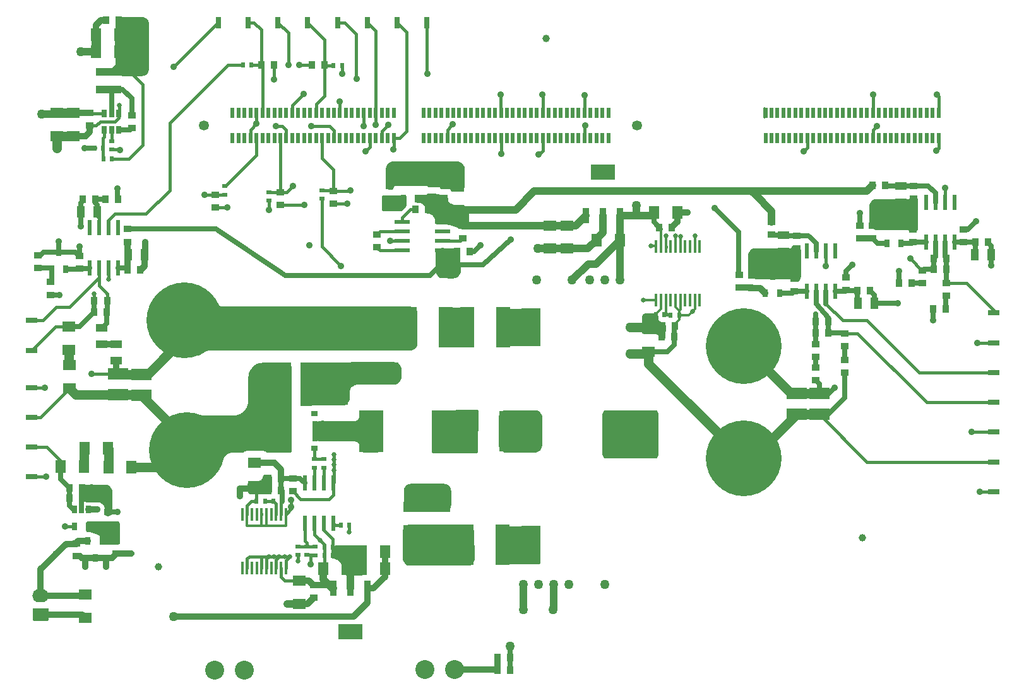
<source format=gbr>
G04 #@! TF.GenerationSoftware,KiCad,Pcbnew,(5.1.9)-1*
G04 #@! TF.CreationDate,2021-02-22T11:59:36-08:00*
G04 #@! TF.ProjectId,UnfolderBuffer,556e666f-6c64-4657-9242-75666665722e,rev?*
G04 #@! TF.SameCoordinates,Original*
G04 #@! TF.FileFunction,Copper,L1,Top*
G04 #@! TF.FilePolarity,Positive*
%FSLAX46Y46*%
G04 Gerber Fmt 4.6, Leading zero omitted, Abs format (unit mm)*
G04 Created by KiCad (PCBNEW (5.1.9)-1) date 2021-02-22 11:59:36*
%MOMM*%
%LPD*%
G01*
G04 APERTURE LIST*
G04 #@! TA.AperFunction,EtchedComponent*
%ADD10C,0.330200*%
G04 #@! TD*
G04 #@! TA.AperFunction,SMDPad,CuDef*
%ADD11R,0.800000X1.600000*%
G04 #@! TD*
G04 #@! TA.AperFunction,SMDPad,CuDef*
%ADD12R,1.600000X0.800000*%
G04 #@! TD*
G04 #@! TA.AperFunction,SMDPad,CuDef*
%ADD13C,1.000000*%
G04 #@! TD*
G04 #@! TA.AperFunction,SMDPad,CuDef*
%ADD14R,1.000000X0.889000*%
G04 #@! TD*
G04 #@! TA.AperFunction,SMDPad,CuDef*
%ADD15R,1.397000X1.800000*%
G04 #@! TD*
G04 #@! TA.AperFunction,SMDPad,CuDef*
%ADD16R,1.800000X1.397000*%
G04 #@! TD*
G04 #@! TA.AperFunction,ComponentPad*
%ADD17O,2.190000X1.740000*%
G04 #@! TD*
G04 #@! TA.AperFunction,SMDPad,CuDef*
%ADD18R,0.650000X1.060000*%
G04 #@! TD*
G04 #@! TA.AperFunction,SMDPad,CuDef*
%ADD19R,3.250000X2.150000*%
G04 #@! TD*
G04 #@! TA.AperFunction,SMDPad,CuDef*
%ADD20R,0.950000X2.150000*%
G04 #@! TD*
G04 #@! TA.AperFunction,SMDPad,CuDef*
%ADD21R,0.508000X0.711000*%
G04 #@! TD*
G04 #@! TA.AperFunction,SMDPad,CuDef*
%ADD22R,0.711000X0.508000*%
G04 #@! TD*
G04 #@! TA.AperFunction,SMDPad,CuDef*
%ADD23R,3.400000X0.980000*%
G04 #@! TD*
G04 #@! TA.AperFunction,SMDPad,CuDef*
%ADD24R,0.889000X1.000000*%
G04 #@! TD*
G04 #@! TA.AperFunction,ComponentPad*
%ADD25C,1.348000*%
G04 #@! TD*
G04 #@! TA.AperFunction,SMDPad,CuDef*
%ADD26R,0.500000X1.450000*%
G04 #@! TD*
G04 #@! TA.AperFunction,ComponentPad*
%ADD27C,10.160000*%
G04 #@! TD*
G04 #@! TA.AperFunction,SMDPad,CuDef*
%ADD28R,1.930400X5.511800*%
G04 #@! TD*
G04 #@! TA.AperFunction,ComponentPad*
%ADD29C,2.540000*%
G04 #@! TD*
G04 #@! TA.AperFunction,SMDPad,CuDef*
%ADD30R,1.500000X1.016000*%
G04 #@! TD*
G04 #@! TA.AperFunction,SMDPad,CuDef*
%ADD31R,1.016000X1.500000*%
G04 #@! TD*
G04 #@! TA.AperFunction,SMDPad,CuDef*
%ADD32R,2.743000X2.159000*%
G04 #@! TD*
G04 #@! TA.AperFunction,SMDPad,CuDef*
%ADD33R,3.200000X5.700000*%
G04 #@! TD*
G04 #@! TA.AperFunction,SMDPad,CuDef*
%ADD34R,0.740000X4.310000*%
G04 #@! TD*
G04 #@! TA.AperFunction,SMDPad,CuDef*
%ADD35R,0.740000X2.730000*%
G04 #@! TD*
G04 #@! TA.AperFunction,SMDPad,CuDef*
%ADD36R,0.890000X0.740000*%
G04 #@! TD*
G04 #@! TA.AperFunction,SMDPad,CuDef*
%ADD37R,0.650000X1.050000*%
G04 #@! TD*
G04 #@! TA.AperFunction,SMDPad,CuDef*
%ADD38R,2.000000X0.600000*%
G04 #@! TD*
G04 #@! TA.AperFunction,SMDPad,CuDef*
%ADD39C,1.270000*%
G04 #@! TD*
G04 #@! TA.AperFunction,SMDPad,CuDef*
%ADD40R,2.540000X5.080000*%
G04 #@! TD*
G04 #@! TA.AperFunction,SMDPad,CuDef*
%ADD41R,0.406400X1.803400*%
G04 #@! TD*
G04 #@! TA.AperFunction,SMDPad,CuDef*
%ADD42R,0.600000X2.000000*%
G04 #@! TD*
G04 #@! TA.AperFunction,SMDPad,CuDef*
%ADD43R,2.700000X1.600000*%
G04 #@! TD*
G04 #@! TA.AperFunction,SMDPad,CuDef*
%ADD44R,1.600000X2.700000*%
G04 #@! TD*
G04 #@! TA.AperFunction,ViaPad*
%ADD45C,1.270000*%
G04 #@! TD*
G04 #@! TA.AperFunction,ViaPad*
%ADD46C,0.889000*%
G04 #@! TD*
G04 #@! TA.AperFunction,ViaPad*
%ADD47C,0.635000*%
G04 #@! TD*
G04 #@! TA.AperFunction,ViaPad*
%ADD48C,0.609600*%
G04 #@! TD*
G04 #@! TA.AperFunction,Conductor*
%ADD49C,0.635000*%
G04 #@! TD*
G04 #@! TA.AperFunction,Conductor*
%ADD50C,0.863600*%
G04 #@! TD*
G04 #@! TA.AperFunction,Conductor*
%ADD51C,1.270000*%
G04 #@! TD*
G04 #@! TA.AperFunction,Conductor*
%ADD52C,0.457200*%
G04 #@! TD*
G04 #@! TA.AperFunction,Conductor*
%ADD53C,0.990600*%
G04 #@! TD*
G04 #@! TA.AperFunction,Conductor*
%ADD54C,0.406400*%
G04 #@! TD*
G04 #@! TA.AperFunction,Conductor*
%ADD55C,0.330200*%
G04 #@! TD*
G04 #@! TA.AperFunction,Conductor*
%ADD56C,1.049020*%
G04 #@! TD*
G04 #@! TA.AperFunction,Conductor*
%ADD57C,0.254000*%
G04 #@! TD*
G04 #@! TA.AperFunction,Conductor*
%ADD58C,0.100000*%
G04 #@! TD*
G04 APERTURE END LIST*
D10*
X100300000Y77260000D02*
X100300000Y78460000D01*
D11*
X47000000Y90000000D03*
X55000000Y90000000D03*
X51000000Y90000000D03*
D12*
X131000000Y27000000D03*
X131000000Y35000000D03*
X2000000Y41000000D03*
X131000000Y31000000D03*
X2000000Y29000000D03*
X2000000Y37000000D03*
X131000000Y47000000D03*
X131000000Y51000000D03*
X2000000Y50000000D03*
X2000000Y46000000D03*
X131000000Y39000000D03*
X131000000Y43000000D03*
X2000000Y33000000D03*
D13*
X113400000Y20800000D03*
X71000000Y87900000D03*
X19000000Y16900000D03*
D14*
X37000000Y27050000D03*
X37000000Y28750000D03*
D15*
X49359000Y16640340D03*
X46241000Y16640340D03*
D16*
X7000000Y46041000D03*
X7000000Y49159000D03*
X9200000Y10041000D03*
X9200000Y13159000D03*
D17*
X3200000Y13040000D03*
G04 #@! TA.AperFunction,ComponentPad*
G36*
G01*
X4044442Y9630000D02*
X2355558Y9630000D01*
G75*
G02*
X2105000Y9880558I0J250558D01*
G01*
X2105000Y11119442D01*
G75*
G02*
X2355558Y11370000I250558J0D01*
G01*
X4044442Y11370000D01*
G75*
G02*
X4295000Y11119442I0J-250558D01*
G01*
X4295000Y9880558D01*
G75*
G02*
X4044442Y9630000I-250558J0D01*
G01*
G37*
G04 #@! TD.AperFunction*
D18*
X13650000Y77800000D03*
X12700000Y77800000D03*
X11750000Y77800000D03*
X11750000Y75600000D03*
X13650000Y75600000D03*
X12700000Y75600000D03*
D19*
X78600000Y69900000D03*
D20*
X80900000Y64100000D03*
X78600000Y64100000D03*
X76300000Y64100000D03*
D21*
X10433000Y73100000D03*
X11567000Y73100000D03*
D22*
X12700000Y74067000D03*
X12700000Y72933000D03*
D21*
X11633000Y71700000D03*
X12767000Y71700000D03*
D23*
X12300000Y81015000D03*
X12300000Y83385000D03*
D16*
X5400000Y77859000D03*
X5400000Y74741000D03*
D15*
X13759000Y86100000D03*
X10641000Y86100000D03*
D16*
X7600000Y77859000D03*
X7600000Y74741000D03*
D14*
X9800000Y77850000D03*
X9800000Y76150000D03*
D15*
X13759000Y88400000D03*
X10641000Y88400000D03*
D24*
X13650000Y90300000D03*
X11950000Y90300000D03*
D14*
X15400000Y77550000D03*
X15400000Y75850000D03*
D15*
X77741000Y60800000D03*
X80859000Y60800000D03*
D16*
X71500000Y62759000D03*
X71500000Y59641000D03*
X73800000Y59641000D03*
X73800000Y62759000D03*
D25*
X83180000Y76160000D03*
X25080000Y76160000D03*
D26*
X79330000Y77860000D03*
X79330000Y74460000D03*
X78530000Y77860000D03*
X78530000Y74460000D03*
X77730000Y77860000D03*
X77730000Y74460000D03*
X76930000Y77860000D03*
X76930000Y74460000D03*
X76130000Y77860000D03*
X76130000Y74460000D03*
X75330000Y77860000D03*
X75330000Y74460000D03*
X74530000Y77860000D03*
X74530000Y74460000D03*
X73730000Y77860000D03*
X73730000Y74460000D03*
X72930000Y77860000D03*
X72930000Y74460000D03*
X72130000Y77860000D03*
X72130000Y74460000D03*
X71330000Y77860000D03*
X71330000Y74460000D03*
X70530000Y77860000D03*
X70530000Y74460000D03*
X69730000Y77860000D03*
X69730000Y74460000D03*
X68930000Y77860000D03*
X68930000Y74460000D03*
X68130000Y77860000D03*
X68130000Y74460000D03*
X67330000Y77860000D03*
X67330000Y74460000D03*
X66530000Y77860000D03*
X66530000Y74460000D03*
X65730000Y77860000D03*
X65730000Y74460000D03*
X64930000Y77860000D03*
X64930000Y74460000D03*
X64130000Y77860000D03*
X64130000Y74460000D03*
X63330000Y77860000D03*
X63330000Y74460000D03*
X62530000Y77860000D03*
X62530000Y74460000D03*
X61730000Y77860000D03*
X61730000Y74460000D03*
X60930000Y77860000D03*
X60930000Y74460000D03*
X60130000Y77860000D03*
X60130000Y74460000D03*
X59330000Y77860000D03*
X59330000Y74460000D03*
X58530000Y77860000D03*
X58530000Y74460000D03*
X57730000Y77860000D03*
X57730000Y74460000D03*
X56930000Y77860000D03*
X56930000Y74460000D03*
X56130000Y77860000D03*
X56130000Y74460000D03*
X55330000Y77860000D03*
X55330000Y74460000D03*
X54530000Y77860000D03*
X54530000Y74460000D03*
X50530000Y77860000D03*
X50530000Y74460000D03*
X49730000Y77860000D03*
X49730000Y74460000D03*
X48930000Y77860000D03*
X48930000Y74460000D03*
X48130000Y77860000D03*
X48130000Y74460000D03*
X47330000Y77860000D03*
X47330000Y74460000D03*
X46530000Y77860000D03*
X46530000Y74460000D03*
X45730000Y77860000D03*
X45730000Y74460000D03*
X44930000Y77860000D03*
X44930000Y74460000D03*
X44130000Y77860000D03*
X44130000Y74460000D03*
X43330000Y77860000D03*
X43330000Y74460000D03*
X42530000Y77860000D03*
X42530000Y74460000D03*
X41730000Y77860000D03*
X41730000Y74460000D03*
X40930000Y77860000D03*
X40930000Y74460000D03*
X40130000Y77860000D03*
X40130000Y74460000D03*
X39330000Y77860000D03*
X39330000Y74460000D03*
X38530000Y77860000D03*
X38530000Y74460000D03*
X37730000Y77860000D03*
X37730000Y74460000D03*
X36930000Y77860000D03*
X36930000Y74460000D03*
X36130000Y77860000D03*
X36130000Y74460000D03*
X35330000Y77860000D03*
X35330000Y74460000D03*
X34530000Y77860000D03*
X34530000Y74460000D03*
X33730000Y77860000D03*
X33730000Y74460000D03*
X32930000Y77860000D03*
X32930000Y74460000D03*
X32130000Y77860000D03*
X32130000Y74460000D03*
X31330000Y77860000D03*
X31330000Y74460000D03*
X30530000Y77860000D03*
X30530000Y74460000D03*
X29730000Y77860000D03*
X29730000Y74460000D03*
X28930000Y77860000D03*
X28930000Y74460000D03*
D27*
X97450000Y46550000D03*
X97450000Y31450000D03*
X22500000Y50010000D03*
X22790000Y32570000D03*
D14*
X107120000Y45150000D03*
X107120000Y46850000D03*
D28*
X65623000Y35160000D03*
X60797000Y35160000D03*
D24*
X107106120Y48300000D03*
X108806120Y48300000D03*
D29*
X58700000Y3100000D03*
X54737600Y3100000D03*
X30481200Y3060000D03*
X26518800Y3060000D03*
D21*
X41232040Y18405640D03*
X42366040Y18405640D03*
X41239660Y19535940D03*
X42373660Y19535940D03*
D22*
X40024520Y19607640D03*
X40024520Y18473640D03*
D26*
X123600000Y74460000D03*
X122800000Y74460000D03*
X122000000Y74460000D03*
X121200000Y74460000D03*
X120400000Y74460000D03*
X119600000Y74460000D03*
X118800000Y74460000D03*
X118000000Y74460000D03*
X117200000Y74460000D03*
X116400000Y74460000D03*
X115600000Y74460000D03*
X114800000Y74460000D03*
X114000000Y74460000D03*
X113200000Y74460000D03*
X112400000Y74460000D03*
X111600000Y74460000D03*
X110800000Y74460000D03*
X110000000Y74460000D03*
X109200000Y74460000D03*
X108400000Y74460000D03*
X107600000Y74460000D03*
X106800000Y74460000D03*
X106000000Y74460000D03*
X105200000Y74460000D03*
X104400000Y74460000D03*
X103600000Y74460000D03*
X102800000Y74460000D03*
X102000000Y74460000D03*
X101200000Y74460000D03*
X100400000Y74460000D03*
X123600000Y77860000D03*
X122800000Y77860000D03*
X122000000Y77860000D03*
X121200000Y77860000D03*
X120400000Y77860000D03*
X119600000Y77860000D03*
X118800000Y77860000D03*
X118000000Y77860000D03*
X117200000Y77860000D03*
X116400000Y77860000D03*
X115600000Y77860000D03*
X114800000Y77860000D03*
X114000000Y77860000D03*
X113200000Y77860000D03*
X112400000Y77860000D03*
X111600000Y77860000D03*
X110800000Y77860000D03*
X110000000Y77860000D03*
X109200000Y77860000D03*
X108400000Y77860000D03*
X107600000Y77860000D03*
X106800000Y77860000D03*
X106000000Y77860000D03*
X105200000Y77860000D03*
X104400000Y77860000D03*
X103600000Y77860000D03*
X102800000Y77860000D03*
X102000000Y77860000D03*
X101200000Y77860000D03*
X100400000Y77860000D03*
D14*
X13330000Y20360000D03*
X13330000Y18660000D03*
X7971600Y20027100D03*
X7971600Y18327100D03*
D24*
X7038920Y26110520D03*
X8738920Y26110520D03*
D14*
X12250000Y22550000D03*
X12250000Y24250000D03*
X104600000Y59650000D03*
X104600000Y61350000D03*
D30*
X102830400Y61473440D03*
X102830400Y59255440D03*
D24*
X107088340Y49823440D03*
X108788340Y49823440D03*
X112750000Y54000000D03*
X114450000Y54000000D03*
D31*
X115009000Y52300000D03*
X112791000Y52300000D03*
D14*
X55540820Y66657220D03*
X55540820Y68357220D03*
X49970000Y68050000D03*
X49970000Y66350000D03*
X98575900Y54360780D03*
X98575900Y56060780D03*
X104219780Y53890880D03*
X104219780Y55590880D03*
D24*
X8850000Y66300000D03*
X10550000Y66300000D03*
D31*
X8593500Y64623580D03*
X10811500Y64623580D03*
D14*
X2847040Y57019720D03*
X2847040Y58719720D03*
D24*
X10367260Y51146760D03*
X12067260Y51146760D03*
D14*
X8366460Y56928280D03*
X8366460Y58628280D03*
D24*
X14850000Y56800000D03*
X16550000Y56800000D03*
D31*
X17109000Y58800000D03*
X14891000Y58800000D03*
D14*
X48300000Y59850000D03*
X48300000Y61550000D03*
X57270000Y66450000D03*
X57270000Y68150000D03*
D16*
X59129760Y67988560D03*
X59129760Y64870560D03*
D24*
X59000000Y59220000D03*
X60700000Y59220000D03*
X86490660Y47817560D03*
X88190660Y47817560D03*
X87850000Y62500000D03*
X86150000Y62500000D03*
X86523680Y49270440D03*
X88223680Y49270440D03*
D16*
X84720000Y45771000D03*
X84720000Y48889000D03*
D15*
X85441000Y64500000D03*
X88559000Y64500000D03*
X46241000Y18930000D03*
X49359000Y18930000D03*
X41093480Y16625100D03*
X44211480Y16625100D03*
D24*
X35450000Y27200000D03*
X33750000Y27200000D03*
D14*
X39800000Y12750000D03*
X39800000Y14450000D03*
D24*
X33750000Y28800000D03*
X35450000Y28800000D03*
D16*
X31900000Y27741000D03*
X31900000Y30859000D03*
X37900000Y15059000D03*
X37900000Y11941000D03*
D24*
X41280000Y84280000D03*
X39580000Y84280000D03*
X32770000Y84300000D03*
X34470000Y84300000D03*
D14*
X42440000Y65700000D03*
X42440000Y67400000D03*
X26600000Y65210000D03*
X26600000Y66910000D03*
D32*
X43000000Y35270500D03*
X43000000Y39690500D03*
D24*
X66147800Y4755280D03*
X64447800Y4755280D03*
X64441080Y3076340D03*
X66141080Y3076340D03*
D14*
X101210000Y63230000D03*
X101210000Y61530000D03*
X96912200Y54400000D03*
X96912200Y56100000D03*
X111200000Y54050000D03*
X111200000Y55750000D03*
X4500000Y53450000D03*
X4500000Y55150000D03*
D28*
X65213000Y49100000D03*
X60387000Y49100000D03*
X60287000Y19850000D03*
X65113000Y19850000D03*
D33*
X47550000Y35100000D03*
X57250000Y35100000D03*
D24*
X11850000Y66300000D03*
X13550000Y66300000D03*
D14*
X14820000Y62260000D03*
X14820000Y60560000D03*
D34*
X36420000Y35160000D03*
D35*
X40000000Y35160000D03*
D36*
X39925000Y32835000D03*
X39925000Y37485000D03*
D15*
X15379000Y30330000D03*
X12261000Y30330000D03*
X12229000Y32800000D03*
X9111000Y32800000D03*
X5881000Y30390000D03*
X8999000Y30390000D03*
D24*
X7049080Y27540540D03*
X8749080Y27540540D03*
D14*
X107140000Y43650000D03*
X107140000Y41950000D03*
X111050000Y46550000D03*
X111050000Y48250000D03*
X111050000Y42990000D03*
X111050000Y44690000D03*
D16*
X7020000Y44019000D03*
X7020000Y40901000D03*
D24*
X10392660Y52637740D03*
X12092660Y52637740D03*
D30*
X11400000Y49009000D03*
X11400000Y46791000D03*
X13300000Y44591000D03*
X13300000Y46809000D03*
D24*
X53474080Y64890320D03*
X55174080Y64890320D03*
D14*
X59836820Y61060520D03*
X59836820Y62760520D03*
D21*
X86841680Y50751780D03*
X85707680Y50751780D03*
X87673640Y50731460D03*
X88807640Y50731460D03*
D22*
X37700000Y19667000D03*
X37700000Y18533000D03*
D21*
X44567000Y22500000D03*
X43433000Y22500000D03*
D22*
X39900000Y30242840D03*
X39900000Y31376840D03*
X38863740Y19630500D03*
X38863740Y18496500D03*
D21*
X35567000Y25700000D03*
X34433000Y25700000D03*
X32133000Y25700000D03*
X33267000Y25700000D03*
X43587000Y84230000D03*
X42453000Y84230000D03*
X31467000Y84300000D03*
X30333000Y84300000D03*
D22*
X40880000Y67482420D03*
X40880000Y66348420D03*
X27850000Y68027000D03*
X27850000Y66893000D03*
D11*
X39000000Y90000000D03*
X31000000Y90000000D03*
X43000000Y90000000D03*
X27000000Y90000000D03*
D37*
X10498900Y18118540D03*
X9548900Y20418540D03*
X11448900Y20418540D03*
X9590000Y24600000D03*
X8640000Y24600000D03*
X7690000Y24600000D03*
X7690000Y22300000D03*
X9590000Y22300000D03*
X52770000Y68642880D03*
X53720000Y66342880D03*
X51820000Y66342880D03*
X100389420Y53682320D03*
X102289420Y53682320D03*
X101339420Y55982320D03*
X5590240Y59182280D03*
X6540240Y56882280D03*
X4640240Y56882280D03*
D38*
X57083440Y63241480D03*
X57083440Y60701480D03*
X57083440Y61971480D03*
X57083440Y59431480D03*
X51683440Y59431480D03*
X51683440Y60701480D03*
X51683440Y61971480D03*
X51683440Y63241480D03*
D39*
X80851400Y55435420D03*
X78819400Y55435420D03*
X76787400Y55435420D03*
X74485400Y55435420D03*
X69675400Y55435420D03*
X82248400Y49085420D03*
X82248400Y45529420D03*
X78819400Y14541420D03*
X73993400Y14541420D03*
X71961400Y14541420D03*
X69929400Y14541420D03*
X67897400Y14541420D03*
D40*
X68913400Y49085420D03*
X68913400Y35001120D03*
X68913400Y19875420D03*
X79851300Y35001120D03*
D41*
X91583280Y59949120D03*
X90948280Y59949120D03*
X90287880Y59949120D03*
X89627480Y59949120D03*
X88992480Y59949120D03*
X88332080Y59949120D03*
X87671680Y59949120D03*
X87036680Y59949120D03*
X86376280Y59949120D03*
X85741280Y59949120D03*
X85741280Y52760920D03*
X86376280Y52760920D03*
X87036680Y52760920D03*
X87671680Y52760920D03*
X88332080Y52760920D03*
X88992480Y52760920D03*
X89627480Y52760920D03*
X90287880Y52760920D03*
X90948280Y52760920D03*
X91583280Y52760920D03*
D42*
X38595000Y28200000D03*
X41135000Y28200000D03*
X39865000Y28200000D03*
X42405000Y28200000D03*
X42405000Y22800000D03*
X41135000Y22800000D03*
X39865000Y22800000D03*
X38595000Y22800000D03*
D20*
X47040360Y14008220D03*
X44740360Y14008220D03*
X42440360Y14008220D03*
D19*
X44740360Y8208220D03*
D41*
X30232640Y23955540D03*
X30867640Y23955540D03*
X31528040Y23955540D03*
X32188440Y23955540D03*
X32823440Y23955540D03*
X33483840Y23955540D03*
X34144240Y23955540D03*
X34779240Y23955540D03*
X35439640Y23955540D03*
X36074640Y23955540D03*
X36074640Y16767340D03*
X35439640Y16767340D03*
X34779240Y16767340D03*
X34144240Y16767340D03*
X33483840Y16767340D03*
X32823440Y16767340D03*
X32188440Y16767340D03*
X31528040Y16767340D03*
X30867640Y16767340D03*
X30232640Y16767340D03*
D22*
X41200000Y30233000D03*
X41200000Y31367000D03*
D43*
X16700000Y39980000D03*
X16700000Y42780000D03*
X13580000Y40000000D03*
X13580000Y42800000D03*
X107610000Y37390000D03*
X107610000Y40190000D03*
D16*
X45700000Y43641000D03*
X45700000Y46759000D03*
X55000000Y24959000D03*
X55000000Y21841000D03*
D43*
X104610000Y37390000D03*
X104610000Y40190000D03*
D44*
X36000000Y43000000D03*
X38800000Y43000000D03*
X38800000Y39900000D03*
X36000000Y39900000D03*
D14*
X114760000Y62720000D03*
X114760000Y61020000D03*
X120140000Y60510000D03*
X120140000Y62210000D03*
X113090000Y61010000D03*
X113090000Y62710000D03*
D28*
X57513000Y49080000D03*
X52687000Y49080000D03*
D42*
X105955000Y59360000D03*
X108495000Y59360000D03*
X107225000Y59360000D03*
X109765000Y59360000D03*
X109765000Y53960000D03*
X108495000Y53960000D03*
X107225000Y53960000D03*
X105955000Y53960000D03*
X9755000Y57080000D03*
X11025000Y57080000D03*
X12295000Y57080000D03*
X13565000Y57080000D03*
X13565000Y62480000D03*
X11025000Y62480000D03*
X12295000Y62480000D03*
X9755000Y62480000D03*
D37*
X116670000Y60360000D03*
X118570000Y60360000D03*
X117620000Y62660000D03*
D42*
X121905000Y65900000D03*
X124445000Y65900000D03*
X123175000Y65900000D03*
X125715000Y65900000D03*
X125715000Y60500000D03*
X124445000Y60500000D03*
X123175000Y60500000D03*
X121905000Y60500000D03*
D14*
X120290000Y66350000D03*
X120290000Y68050000D03*
D30*
X118600000Y65851000D03*
X118600000Y68069000D03*
D24*
X124690000Y56890000D03*
X122990000Y56890000D03*
X130270000Y60490000D03*
X128570000Y60490000D03*
D31*
X130669000Y58830000D03*
X128451000Y58830000D03*
D14*
X35340000Y65530000D03*
X35340000Y67230000D03*
D24*
X114780000Y68170000D03*
X116480000Y68170000D03*
D14*
X126960000Y62250000D03*
X126960000Y60550000D03*
D24*
X122860000Y51520000D03*
X124560000Y51520000D03*
D14*
X124680000Y53330000D03*
X124680000Y55030000D03*
D24*
X122980000Y58350000D03*
X124680000Y58350000D03*
D14*
X121470000Y55010000D03*
X121470000Y56710000D03*
D24*
X118320000Y55010000D03*
X120020000Y55010000D03*
D22*
X33770000Y67237000D03*
X33770000Y66103000D03*
D11*
X35000000Y90000000D03*
D16*
X50300000Y43641000D03*
X50300000Y46759000D03*
X52700000Y24959000D03*
X52700000Y21841000D03*
X47950000Y43691000D03*
X47950000Y46809000D03*
X57300000Y24959000D03*
X57300000Y21841000D03*
D45*
X53000000Y19950000D03*
X53000000Y18650000D03*
X54400000Y18650000D03*
X43700000Y42100000D03*
X41100000Y42100000D03*
X42400000Y42100000D03*
X43700000Y43400000D03*
X41100000Y43400000D03*
X42400000Y43400000D03*
X55800000Y19950000D03*
X54400000Y19950000D03*
X55800000Y18650000D03*
X55050000Y26900000D03*
X53700000Y26900000D03*
X56350000Y26900000D03*
X47400000Y48150000D03*
X48750000Y48150000D03*
X50050000Y48150000D03*
D46*
X3750000Y41000000D03*
X10000000Y42800000D03*
D45*
X56960000Y64860000D03*
X21000000Y10200000D03*
D46*
X13500000Y67700000D03*
D45*
X3300000Y77700000D03*
D46*
X13800000Y72900000D03*
D47*
X36600000Y18300000D03*
X33800000Y18300000D03*
D46*
X52910000Y69920000D03*
X56600000Y69900000D03*
X55720000Y69910000D03*
X53880000Y69900000D03*
X54800000Y69900000D03*
X32130000Y76400000D03*
X38450000Y80450000D03*
X58469638Y76369638D03*
X70000000Y72300000D03*
X64950000Y72350000D03*
X76200000Y76200000D03*
X105500000Y72700000D03*
X115300000Y76100000D03*
X123300000Y72800000D03*
X116600000Y64300000D03*
X118400000Y64300000D03*
X117500000Y64300000D03*
X44900000Y18300000D03*
X44400000Y17500000D03*
X43900000Y18300000D03*
X10050000Y27550000D03*
X10050000Y26400000D03*
X9200000Y16950000D03*
X89900000Y64500000D03*
X98900000Y58800000D03*
X99900000Y58800000D03*
X100900000Y58800000D03*
D45*
X78819400Y55435414D03*
D47*
X85000000Y60000000D03*
D45*
X69929400Y14541420D03*
D46*
X8600000Y62600000D03*
X17200000Y60500000D03*
X8400000Y59900000D03*
X50100000Y60700000D03*
X62200000Y60100000D03*
X118320000Y56620000D03*
X130669000Y57431000D03*
X44300000Y65700000D03*
X118100000Y52300000D03*
D45*
X69859000Y59641000D03*
D47*
X87100000Y61350000D03*
X88332080Y61332080D03*
X89000000Y61300000D03*
X90948280Y61351720D03*
D46*
X37900000Y84300000D03*
X9100000Y73100000D03*
D45*
X5400000Y73100000D03*
D46*
X34700000Y76100000D03*
X5600000Y60600000D03*
D47*
X34500000Y18300000D03*
D46*
X39500000Y76100000D03*
X46530000Y76130000D03*
D45*
X8600000Y86100000D03*
D46*
X34500000Y82350000D03*
D47*
X35200000Y18300000D03*
X35900000Y18300000D03*
D46*
X39400000Y17300000D03*
X36300000Y11900000D03*
X28200000Y65200000D03*
X11950000Y16950000D03*
X3900000Y29000000D03*
X129100000Y27000000D03*
D47*
X13700000Y78900000D03*
D46*
X39250000Y60100000D03*
X13500000Y24250000D03*
X38580000Y65530000D03*
X46750000Y72750000D03*
X43330000Y79420000D03*
D45*
X66147800Y6247800D03*
D46*
X49500000Y65500000D03*
X5700000Y53400000D03*
X113090000Y64410000D03*
X93590000Y65090000D03*
X50900000Y65500000D03*
X112020000Y57450000D03*
X128670000Y63360000D03*
X66258823Y60841177D03*
D47*
X44600000Y21600000D03*
X40650000Y20450000D03*
D46*
X44750000Y67500000D03*
X45550000Y82450000D03*
X25160000Y66910000D03*
X21000000Y84050000D03*
D45*
X33200000Y36600000D03*
X33200000Y33700000D03*
X33200000Y35200000D03*
X34600000Y36600000D03*
X34600000Y35200000D03*
X34600000Y33700000D03*
X16500000Y86800000D03*
D46*
X64900000Y80300000D03*
X70500000Y80300000D03*
X76130000Y80270000D03*
X123400000Y80300000D03*
X114800000Y80300000D03*
X16500000Y84600000D03*
X78819400Y14541408D03*
X49800000Y76300000D03*
X55050000Y83100000D03*
X76800000Y55400000D03*
X50500000Y73000000D03*
D47*
X37700000Y17700000D03*
D46*
X48100000Y76300000D03*
X43650000Y83150000D03*
X6500000Y22300000D03*
X10800000Y24600000D03*
X108495000Y57300000D03*
X43500000Y57300000D03*
D45*
X71900000Y11200000D03*
X67900000Y11200000D03*
X83100000Y65400000D03*
D48*
X108484440Y52261840D03*
X107089980Y50852140D03*
D47*
X10392660Y53552660D03*
X12300000Y55500000D03*
D45*
X83300000Y35400000D03*
X83300000Y36800000D03*
D47*
X84000000Y52760920D03*
D45*
X83300000Y34000000D03*
X83300000Y32600000D03*
X84800000Y36800000D03*
X84800000Y35400000D03*
X84800000Y34000000D03*
X84800000Y32600000D03*
D47*
X90600000Y51200000D03*
D45*
X68200000Y33050000D03*
X69600000Y33050000D03*
X68200000Y36950000D03*
X68200000Y35650000D03*
X68200000Y34350000D03*
X69600000Y34350000D03*
X69600000Y36950000D03*
X69600000Y35650000D03*
D46*
X122850000Y50030000D03*
X109700000Y40960000D03*
X128000000Y35000000D03*
X36800000Y25900000D03*
D47*
X42500000Y31300000D03*
X42500000Y30600000D03*
X42500000Y29900000D03*
X42500000Y32000000D03*
D46*
X41000000Y36100000D03*
X41000000Y35200000D03*
X41000000Y34300000D03*
X36800000Y25000000D03*
X29900000Y27400000D03*
X29900000Y26400000D03*
X37000000Y68050000D03*
X36400000Y84300000D03*
X124500000Y67800000D03*
X33770000Y64870000D03*
X119800000Y58300000D03*
X128800000Y47000000D03*
D49*
X64417420Y3100000D02*
X64441080Y3076340D01*
D50*
X58700000Y3100000D02*
X64417420Y3100000D01*
D49*
X64447800Y3083060D02*
X64441080Y3076340D01*
D50*
X64447800Y4755280D02*
X64447800Y3083060D01*
D51*
X16700000Y42780000D02*
X17290000Y42780000D01*
X13600000Y42780000D02*
X13580000Y42800000D01*
X16700000Y42780000D02*
X13600000Y42780000D01*
X16700000Y42780000D02*
X17530000Y42780000D01*
X22500000Y47750000D02*
X22500000Y50010000D01*
X17530000Y42780000D02*
X22500000Y47750000D01*
D50*
X13230000Y43150000D02*
X13580000Y42800000D01*
X13700000Y42920000D02*
X13580000Y42800000D01*
X13300000Y43080000D02*
X13580000Y42800000D01*
X13300000Y44591000D02*
X13300000Y43080000D01*
D52*
X10000000Y42800000D02*
X13580000Y42800000D01*
X3750000Y41000000D02*
X2000000Y41000000D01*
D50*
X7971600Y20127060D02*
X8263080Y20418540D01*
X8263080Y20418540D02*
X9548900Y20418540D01*
D49*
X101190000Y63250000D02*
X101210000Y63230000D01*
X101220000Y63240000D02*
X101210000Y63230000D01*
D53*
X101210000Y64690000D02*
X101210000Y63230000D01*
X59129760Y64870560D02*
X66870560Y64870560D01*
X114410000Y67800000D02*
X114780000Y68170000D01*
X98500000Y67400000D02*
X99050000Y66850000D01*
X69400000Y67400000D02*
X98500000Y67400000D01*
X99050000Y66850000D02*
X101210000Y64690000D01*
X66870560Y64870560D02*
X69400000Y67400000D01*
X114010000Y67400000D02*
X114780000Y68170000D01*
X98500000Y67400000D02*
X114010000Y67400000D01*
D50*
X47040360Y14008220D02*
X47040360Y13540360D01*
D53*
X59836820Y62760520D02*
X64360520Y62760520D01*
X64362040Y62759000D02*
X71500000Y62759000D01*
X64360520Y62760520D02*
X64362040Y62759000D01*
X71500000Y62759000D02*
X73800000Y62759000D01*
X74959000Y62759000D02*
X76300000Y64100000D01*
X73800000Y62759000D02*
X74959000Y62759000D01*
D51*
X5400000Y77859000D02*
X7600000Y77859000D01*
D50*
X9791000Y77859000D02*
X9800000Y77850000D01*
X7600000Y77859000D02*
X9791000Y77859000D01*
D52*
X9850000Y77800000D02*
X9800000Y77850000D01*
X11750000Y77800000D02*
X9850000Y77800000D01*
D53*
X3300000Y77700000D02*
X5241000Y77700000D01*
X5241000Y77700000D02*
X5400000Y77859000D01*
D49*
X13500000Y66350000D02*
X13550000Y66300000D01*
X13500000Y67700000D02*
X13500000Y66350000D01*
D50*
X6600000Y20000000D02*
X7944500Y20000000D01*
X47040360Y14008220D02*
X47808220Y14008220D01*
X49359000Y15559000D02*
X49359000Y16640340D01*
X47808220Y14008220D02*
X49359000Y15559000D01*
X49359000Y18930000D02*
X49359000Y16640340D01*
X5200000Y18600000D02*
X6600000Y20000000D01*
X47040360Y12069620D02*
X47040360Y14008220D01*
X45170740Y10200000D02*
X47040360Y12069620D01*
X21000000Y10200000D02*
X45170740Y10200000D01*
D51*
X3200000Y13100000D02*
X3300000Y13100000D01*
D50*
X3200000Y16600000D02*
X6600000Y20000000D01*
X9081000Y13040000D02*
X9200000Y13159000D01*
X3200000Y13040000D02*
X9081000Y13040000D01*
X3200000Y13040000D02*
X3200000Y16600000D01*
D52*
X13767000Y72933000D02*
X13800000Y72900000D01*
X12700000Y72933000D02*
X13767000Y72933000D01*
D54*
X36600000Y18300000D02*
X36074640Y17774640D01*
X36074640Y17774640D02*
X36074640Y16767340D01*
X36600000Y18300000D02*
X33800000Y18300000D01*
D50*
X7971600Y18327100D02*
X8486320Y18327100D01*
X8486320Y18327100D02*
X8694880Y18118540D01*
X12788540Y18118540D02*
X13330000Y18660000D01*
D49*
X8640000Y26011600D02*
X8738920Y26110520D01*
X8640000Y24600000D02*
X8640000Y26011600D01*
X2847040Y58719720D02*
X3129720Y58719720D01*
X3592280Y59182280D02*
X3882280Y59182280D01*
X3129720Y58719720D02*
X3592280Y59182280D01*
X7812460Y59182280D02*
X8366460Y58628280D01*
X5590240Y59182280D02*
X7082280Y59182280D01*
X8882980Y66228860D02*
X8882980Y66102980D01*
X8593500Y65813500D02*
X8593500Y64623580D01*
X8882980Y66102980D02*
X8593500Y65813500D01*
D52*
X32130000Y77860000D02*
X32130000Y76400000D01*
X36130000Y74460000D02*
X36130000Y75570000D01*
X36130000Y75570000D02*
X35600000Y76100000D01*
X41900000Y76100000D02*
X42530000Y75470000D01*
X42530000Y75470000D02*
X42530000Y74460000D01*
X57730000Y74460000D02*
X57730000Y75630000D01*
X57730000Y75630000D02*
X58200000Y76100000D01*
X58200000Y76100000D02*
X58469638Y76369638D01*
X70530000Y74460000D02*
X70530000Y72830000D01*
X70530000Y72830000D02*
X70000000Y72300000D01*
X106000000Y74460000D02*
X106000000Y73200000D01*
X106000000Y73200000D02*
X105500000Y72700000D01*
X114800000Y74460000D02*
X114800000Y75600000D01*
X114800000Y75600000D02*
X115300000Y76100000D01*
X123600000Y74460000D02*
X123600000Y73100000D01*
X123600000Y73100000D02*
X123300000Y72800000D01*
D50*
X13330000Y18660000D02*
X15360000Y18660000D01*
D54*
X87036680Y59949120D02*
X87036680Y59863320D01*
D50*
X87850000Y62500000D02*
X87850000Y62550000D01*
X88559000Y63259000D02*
X88559000Y64500000D01*
X87850000Y62550000D02*
X88559000Y63259000D01*
X88559000Y64500000D02*
X89900000Y64500000D01*
D52*
X76100000Y74490000D02*
X76130000Y74460000D01*
X76130000Y76130000D02*
X76200000Y76200000D01*
X76130000Y74460000D02*
X76130000Y76130000D01*
D53*
X78819400Y55435420D02*
X78819400Y55435414D01*
D55*
X85690400Y60000000D02*
X85741280Y59949120D01*
X85000000Y60000000D02*
X85690400Y60000000D01*
D49*
X8593500Y64623580D02*
X8593500Y62693500D01*
X5590240Y59182280D02*
X5882280Y59182280D01*
X7082280Y59182280D02*
X7812460Y59182280D01*
X3882280Y59182280D02*
X5590240Y59182280D01*
D52*
X51681960Y60700000D02*
X51683440Y60701480D01*
X50100000Y60700000D02*
X51681960Y60700000D01*
D49*
X60700000Y59220000D02*
X61320000Y59220000D01*
X61320000Y59220000D02*
X62200000Y60100000D01*
X118320000Y55010000D02*
X118320000Y56620000D01*
X130669000Y60031000D02*
X130669000Y58830000D01*
X130270000Y60430000D02*
X130669000Y60031000D01*
X130669000Y58830000D02*
X130669000Y57431000D01*
D53*
X44740360Y16096220D02*
X44211480Y16625100D01*
X44740360Y14008220D02*
X44740360Y16096220D01*
X77741000Y60800000D02*
X77741000Y60941000D01*
X78600000Y61800000D02*
X78600000Y64100000D01*
X77741000Y60941000D02*
X78600000Y61800000D01*
X71500000Y59641000D02*
X73800000Y59641000D01*
X76582000Y59641000D02*
X77741000Y60800000D01*
X73800000Y59641000D02*
X76582000Y59641000D01*
X71500000Y59641000D02*
X69859000Y59641000D01*
D55*
X87036680Y61236680D02*
X87036680Y59949120D01*
X87150000Y61350000D02*
X87036680Y61236680D01*
X89000000Y59956640D02*
X88992480Y59949120D01*
X89000000Y61300000D02*
X89000000Y59956640D01*
X88332080Y61332080D02*
X88332080Y59949120D01*
X90948280Y59949120D02*
X90948280Y61351720D01*
D51*
X5400000Y74741000D02*
X7600000Y74741000D01*
D50*
X7600000Y74741000D02*
X9241000Y74741000D01*
X9241000Y74741000D02*
X9800000Y75300000D01*
X9800000Y76150000D02*
X9800000Y75300000D01*
D51*
X10641000Y86100000D02*
X10641000Y88400000D01*
D56*
X10641000Y88400000D02*
X10641000Y88991000D01*
D50*
X11950000Y90300000D02*
X11300000Y90300000D01*
X10641000Y89641000D02*
X10641000Y88400000D01*
X11300000Y90300000D02*
X10641000Y89641000D01*
D51*
X5400000Y74741000D02*
X5400000Y73100000D01*
X5400000Y73100000D02*
X5400000Y73100000D01*
D52*
X35600000Y76100000D02*
X34700000Y76100000D01*
X34700000Y76100000D02*
X34700000Y76100000D01*
D49*
X8400000Y58661820D02*
X8366460Y58628280D01*
X8400000Y59900000D02*
X8400000Y58661820D01*
D52*
X41900000Y76100000D02*
X39500000Y76100000D01*
D49*
X66141080Y4748560D02*
X66147800Y4755280D01*
X66141080Y3076340D02*
X66141080Y4748560D01*
X66147800Y4755280D02*
X66147800Y6247800D01*
D55*
X30900000Y16799700D02*
X30867640Y16767340D01*
X32800000Y16790780D02*
X32823440Y16767340D01*
X33500000Y16783500D02*
X33483840Y16767340D01*
D52*
X46530000Y77860000D02*
X46530000Y76830000D01*
X46530000Y76830000D02*
X46530000Y76130000D01*
D53*
X10641000Y86100000D02*
X8600000Y86100000D01*
D49*
X118100000Y52300000D02*
X115009000Y52300000D01*
X115009000Y53441000D02*
X114450000Y54000000D01*
X115009000Y52300000D02*
X115009000Y53441000D01*
D50*
X16550000Y56800000D02*
X16600000Y56800000D01*
X17109000Y57309000D02*
X17109000Y58800000D01*
X16600000Y56800000D02*
X17109000Y57309000D01*
D52*
X39560000Y84300000D02*
X39580000Y84280000D01*
X37900000Y84300000D02*
X39560000Y84300000D01*
D55*
X34800000Y16788100D02*
X34779240Y16767340D01*
X36100000Y16792700D02*
X36074640Y16767340D01*
D52*
X40001660Y18496500D02*
X40024520Y18473640D01*
X42373660Y19535940D02*
X42373660Y20626340D01*
X41135000Y21865000D02*
X41135000Y22800000D01*
X42373660Y20626340D02*
X41135000Y21865000D01*
D54*
X30867640Y17989082D02*
X30867640Y16767340D01*
X31178558Y18300000D02*
X30867640Y17989082D01*
X33483840Y17983840D02*
X33483840Y16767340D01*
X33800000Y18300000D02*
X33483840Y17983840D01*
X34779240Y17879240D02*
X35200000Y18300000D01*
X34779240Y16767340D02*
X34779240Y17879240D01*
D52*
X39400000Y18400000D02*
X39496500Y18496500D01*
X39496500Y18496500D02*
X40001660Y18496500D01*
X38863740Y18496500D02*
X39496500Y18496500D01*
X39400000Y17300000D02*
X39400000Y18400000D01*
D53*
X37900000Y11941000D02*
X37941000Y11941000D01*
X37859000Y11900000D02*
X37900000Y11941000D01*
X36300000Y11900000D02*
X37859000Y11900000D01*
D50*
X38991000Y11941000D02*
X39800000Y12750000D01*
X37900000Y11941000D02*
X38991000Y11941000D01*
D54*
X32823440Y18123440D02*
X33000000Y18300000D01*
X32823440Y16767340D02*
X32823440Y18123440D01*
X33000000Y18300000D02*
X31178558Y18300000D01*
X33800000Y18300000D02*
X33000000Y18300000D01*
D50*
X8741000Y10500000D02*
X9200000Y10041000D01*
X3200000Y10500000D02*
X8741000Y10500000D01*
D52*
X26600000Y65210000D02*
X28210000Y65210000D01*
D50*
X17200000Y58891000D02*
X17109000Y58800000D01*
X17200000Y60500000D02*
X17200000Y58891000D01*
D52*
X42440000Y65700000D02*
X44300000Y65700000D01*
D50*
X11950000Y18100000D02*
X11931460Y18118540D01*
X11950000Y16950000D02*
X11950000Y18100000D01*
X11931460Y18118540D02*
X12788540Y18118540D01*
X10498900Y18118540D02*
X11931460Y18118540D01*
X9200000Y16950000D02*
X9200000Y18000000D01*
X9200000Y18000000D02*
X9081460Y18118540D01*
X9081460Y18118540D02*
X10498900Y18118540D01*
X8694880Y18118540D02*
X9081460Y18118540D01*
D52*
X129100000Y27000000D02*
X131000000Y27000000D01*
X36930000Y78930000D02*
X38450000Y80450000D01*
X36930000Y77860000D02*
X36930000Y78930000D01*
X34470000Y82380000D02*
X34500000Y82350000D01*
X34470000Y84300000D02*
X34470000Y82380000D01*
X46500000Y76100000D02*
X46530000Y76130000D01*
X2000000Y29000000D02*
X3900000Y29000000D01*
D54*
X10450000Y76150000D02*
X10650000Y76150000D01*
X10650000Y76150000D02*
X11200000Y76700000D01*
X13650000Y77163478D02*
X13650000Y77800000D01*
X13186522Y76700000D02*
X13650000Y77163478D01*
X11200000Y76700000D02*
X13186522Y76700000D01*
X10450000Y76150000D02*
X9800000Y76150000D01*
D52*
X13700000Y77850000D02*
X13650000Y77800000D01*
X13700000Y78900000D02*
X13700000Y77850000D01*
D49*
X10433000Y73100000D02*
X9900000Y73100000D01*
X9100000Y73100000D02*
X9900000Y73100000D01*
X5600000Y59192040D02*
X5590240Y59182280D01*
X5600000Y60600000D02*
X5600000Y59192040D01*
X12250000Y24250000D02*
X13500000Y24250000D01*
D52*
X35340000Y65530000D02*
X38580000Y65530000D01*
X31330000Y75600000D02*
X32130000Y76400000D01*
X31330000Y74460000D02*
X31330000Y75600000D01*
X47330000Y73330000D02*
X47330000Y74460000D01*
X46750000Y72750000D02*
X47330000Y73330000D01*
X43330000Y77860000D02*
X43330000Y79420000D01*
X64930000Y72370000D02*
X64950000Y72350000D01*
X64930000Y74460000D02*
X64930000Y72370000D01*
D49*
X66100000Y6295600D02*
X66147800Y6247800D01*
X66147800Y6247800D02*
X66147800Y6247800D01*
X7690000Y24600000D02*
X7600000Y24600000D01*
X7038920Y25161080D02*
X7038920Y26110520D01*
X7600000Y24600000D02*
X7038920Y25161080D01*
X7049080Y26120680D02*
X7038920Y26110520D01*
X7049080Y27540540D02*
X7049080Y26120680D01*
X5881000Y28708620D02*
X7049080Y27540540D01*
X5881000Y30390000D02*
X5881000Y28708620D01*
D52*
X5881000Y30390000D02*
X5881000Y31119000D01*
X4000000Y33000000D02*
X2000000Y33000000D01*
X5881000Y31119000D02*
X4000000Y33000000D01*
D49*
X107225000Y60327262D02*
X106390000Y61162262D01*
X107225000Y59360000D02*
X107225000Y60327262D01*
X106390000Y61162262D02*
X106377738Y61162262D01*
X106150300Y61389700D02*
X104326460Y61389700D01*
X106377738Y61162262D02*
X106150300Y61389700D01*
X102914140Y61389700D02*
X102830400Y61473440D01*
X104326460Y61389700D02*
X102914140Y61389700D01*
X101213440Y61473440D02*
X101170000Y61430000D01*
X102830400Y61473440D02*
X101213440Y61473440D01*
X111110000Y53960000D02*
X111200000Y54050000D01*
X109765000Y53960000D02*
X111110000Y53960000D01*
X111250000Y54000000D02*
X111200000Y54050000D01*
X112750000Y54000000D02*
X111250000Y54000000D01*
X112750000Y52341000D02*
X112791000Y52300000D01*
X112750000Y54000000D02*
X112750000Y52341000D01*
X96892200Y56120000D02*
X96912200Y56100000D01*
X113080000Y62720000D02*
X113090000Y62710000D01*
X113090000Y62710000D02*
X113090000Y64410000D01*
X113090000Y64410000D02*
X113090000Y64410000D01*
X96830000Y56182200D02*
X96912200Y56100000D01*
X96830000Y61850000D02*
X96830000Y56182200D01*
X93590000Y65090000D02*
X96830000Y61850000D01*
X5650000Y53450000D02*
X5700000Y53400000D01*
X4500000Y53450000D02*
X5650000Y53450000D01*
D50*
X98536680Y54400000D02*
X98575900Y54360780D01*
X96912200Y54400000D02*
X98536680Y54400000D01*
D49*
X98575900Y54360780D02*
X98575900Y54334100D01*
D50*
X99710960Y54360780D02*
X100389420Y53682320D01*
X98575900Y54360780D02*
X99710960Y54360780D01*
D49*
X104011220Y53682320D02*
X104219780Y53890880D01*
X102289420Y53682320D02*
X104011220Y53682320D01*
X105885880Y53890880D02*
X105955000Y53960000D01*
X104219780Y53890880D02*
X105885880Y53890880D01*
D52*
X10811500Y64623580D02*
X10811500Y64008500D01*
X11025000Y63795000D02*
X11025000Y62480000D01*
X10811500Y64008500D02*
X11025000Y63795000D01*
D49*
X11850000Y66300000D02*
X10550000Y66300000D01*
X10550000Y66300000D02*
X10550000Y65750000D01*
X10811500Y65488500D02*
X10811500Y64623580D01*
X10550000Y65750000D02*
X10811500Y65488500D01*
X4640240Y55290240D02*
X4500000Y55150000D01*
X4640240Y56882280D02*
X4640240Y55290240D01*
X4502800Y57019720D02*
X4640240Y56882280D01*
X2847040Y57019720D02*
X4502800Y57019720D01*
X8320460Y56882280D02*
X8366460Y56928280D01*
X6540240Y56882280D02*
X8320460Y56882280D01*
X9603280Y56928280D02*
X9755000Y57080000D01*
X8366460Y56928280D02*
X9603280Y56928280D01*
D50*
X14850000Y58759000D02*
X14891000Y58800000D01*
X14850000Y56800000D02*
X14850000Y58759000D01*
X14820000Y58871000D02*
X14891000Y58800000D01*
X14820000Y60560000D02*
X14820000Y58871000D01*
D49*
X14570000Y57080000D02*
X14850000Y56800000D01*
X13565000Y57080000D02*
X14570000Y57080000D01*
D52*
X48721480Y61971480D02*
X48300000Y61550000D01*
X51683440Y61971480D02*
X48721480Y61971480D01*
X49438520Y59431480D02*
X51683440Y59431480D01*
X48300000Y59850000D02*
X48300000Y59800000D01*
X48668520Y59431480D02*
X49438520Y59431480D01*
X48300000Y59800000D02*
X48668520Y59431480D01*
X58178520Y59431480D02*
X57083440Y59431480D01*
D49*
X112020000Y57450000D02*
X111960000Y57450000D01*
X57083440Y59431480D02*
X57083440Y59023440D01*
X57083440Y58916560D02*
X57083440Y59023440D01*
X55400000Y56000000D02*
X57700000Y58300000D01*
X26700000Y62260000D02*
X36000000Y56000000D01*
X36000000Y56000000D02*
X55400000Y56000000D01*
X14820000Y62260000D02*
X26700000Y62260000D01*
X57700000Y58300000D02*
X57083440Y58916560D01*
X58500000Y57500000D02*
X57700000Y58300000D01*
X62500000Y57500000D02*
X58500000Y57500000D01*
X66258823Y60841177D02*
X62500000Y57500000D01*
X111200000Y56630000D02*
X112020000Y57450000D01*
X111200000Y55750000D02*
X111200000Y56630000D01*
X127560000Y62250000D02*
X128670000Y63360000D01*
X126960000Y62250000D02*
X127560000Y62250000D01*
D54*
X85707680Y50853280D02*
X85707680Y50751780D01*
D55*
X86376280Y51521880D02*
X85707680Y50853280D01*
X86376280Y52760920D02*
X86376280Y51521880D01*
D51*
X84663580Y49085420D02*
X84750000Y48999000D01*
X82248400Y49085420D02*
X84663580Y49085420D01*
D54*
X85710220Y50571340D02*
X85710220Y50469840D01*
D49*
X41093480Y16625100D02*
X41247860Y16779480D01*
D52*
X39865000Y21235000D02*
X39865000Y22800000D01*
X41232040Y19528320D02*
X41239660Y19535940D01*
X41232040Y18405640D02*
X41232040Y19528320D01*
X41239660Y19860340D02*
X40650000Y20450000D01*
X41239660Y19535940D02*
X41239660Y19860340D01*
X40650000Y20450000D02*
X39865000Y21235000D01*
X44567000Y21633000D02*
X44600000Y21600000D01*
X44567000Y22500000D02*
X44567000Y21633000D01*
X41232040Y16763660D02*
X41093480Y16625100D01*
X41232040Y18405640D02*
X41232040Y16763660D01*
D53*
X42440360Y14008220D02*
X42291780Y14008220D01*
X41093480Y15206520D02*
X41093480Y16625100D01*
X42291780Y14008220D02*
X41093480Y15206520D01*
D50*
X41998580Y14450000D02*
X42440360Y14008220D01*
X39800000Y14450000D02*
X41998580Y14450000D01*
D54*
X35946558Y15059000D02*
X37900000Y15059000D01*
X35439640Y15565918D02*
X35946558Y15059000D01*
X35439640Y16767340D02*
X35439640Y15565918D01*
D50*
X39800000Y14450000D02*
X39750000Y14450000D01*
X39141000Y15059000D02*
X37900000Y15059000D01*
X39750000Y14450000D02*
X39141000Y15059000D01*
D49*
X35450000Y28800000D02*
X35450000Y27200000D01*
D50*
X33391000Y30859000D02*
X31900000Y30859000D01*
X35450000Y29950000D02*
X34541000Y30859000D01*
X34541000Y30859000D02*
X33391000Y30859000D01*
X35450000Y28800000D02*
X35450000Y29950000D01*
D49*
X35567000Y27083000D02*
X35450000Y27200000D01*
X35567000Y25700000D02*
X35567000Y27083000D01*
X37995000Y28800000D02*
X38595000Y28200000D01*
X35450000Y28800000D02*
X37995000Y28800000D01*
D54*
X35439640Y25572640D02*
X35567000Y25700000D01*
X35439640Y23955540D02*
X35439640Y25572640D01*
D52*
X41330000Y84230000D02*
X41280000Y84280000D01*
X42453000Y84230000D02*
X41330000Y84230000D01*
X41280000Y84280000D02*
X41280000Y84080000D01*
X40130000Y79030000D02*
X40130000Y77860000D01*
X41280000Y80180000D02*
X40130000Y79030000D01*
X41280000Y83480000D02*
X41280000Y80180000D01*
X41280000Y83480000D02*
X41280000Y84280000D01*
X41270000Y84290000D02*
X41280000Y84280000D01*
X41280000Y87720000D02*
X39000000Y90000000D01*
X41280000Y84280000D02*
X41280000Y87720000D01*
X31467000Y84300000D02*
X32770000Y84300000D01*
X32930000Y84140000D02*
X32930000Y77860000D01*
X32770000Y84300000D02*
X32930000Y84140000D01*
X32800000Y84330000D02*
X32770000Y84300000D01*
X31000000Y90000000D02*
X31800000Y90000000D01*
X32770000Y89030000D02*
X32770000Y84300000D01*
X31800000Y90000000D02*
X32770000Y89030000D01*
X40880000Y67482420D02*
X42357580Y67482420D01*
X40930000Y71810000D02*
X40940000Y71800000D01*
X40930000Y74460000D02*
X40930000Y71810000D01*
X42330000Y67510000D02*
X42440000Y67400000D01*
X42440000Y70300000D02*
X40930000Y71810000D01*
X42440000Y67400000D02*
X42440000Y70300000D01*
X44650000Y67400000D02*
X44750000Y67500000D01*
X42440000Y67400000D02*
X44650000Y67400000D01*
X45500000Y88500000D02*
X44000000Y90000000D01*
X44000000Y90000000D02*
X43000000Y90000000D01*
X45500000Y82500000D02*
X45550000Y82450000D01*
X45500000Y88500000D02*
X45500000Y82500000D01*
X27850000Y66893000D02*
X26617000Y66893000D01*
X26600000Y66910000D02*
X25160000Y66910000D01*
X26950000Y90000000D02*
X27000000Y90000000D01*
X21000000Y84050000D02*
X26950000Y90000000D01*
D51*
X16700000Y39980000D02*
X17250000Y39980000D01*
X16680000Y40000000D02*
X16700000Y39980000D01*
X13580000Y40000000D02*
X16680000Y40000000D01*
X25600000Y34780000D02*
X25600000Y33280000D01*
X22790000Y33890000D02*
X16700000Y39980000D01*
X22790000Y32570000D02*
X22790000Y33890000D01*
X20479000Y30259000D02*
X22790000Y32570000D01*
X15290000Y30259000D02*
X20479000Y30259000D01*
X7921000Y40000000D02*
X7020000Y40901000D01*
X13580000Y40000000D02*
X7921000Y40000000D01*
D52*
X3119000Y37000000D02*
X7020000Y40901000D01*
X2000000Y37000000D02*
X3119000Y37000000D01*
X64930000Y77970000D02*
X64900000Y78000000D01*
X64930000Y77860000D02*
X64930000Y77970000D01*
X64900000Y78000000D02*
X64900000Y80300000D01*
X70530000Y80270000D02*
X70500000Y80300000D01*
X70530000Y77860000D02*
X70530000Y80270000D01*
X76130000Y77860000D02*
X76130000Y80270000D01*
X123600000Y80100000D02*
X123400000Y80300000D01*
X123600000Y77860000D02*
X123600000Y80100000D01*
X114800000Y77860000D02*
X114800000Y80300000D01*
D50*
X12300000Y83385000D02*
X12885000Y83385000D01*
X13759000Y84259000D02*
X13759000Y86100000D01*
X12885000Y83385000D02*
X13759000Y84259000D01*
D51*
X13759000Y86100000D02*
X13759000Y88400000D01*
D50*
X13650000Y88509000D02*
X13759000Y88400000D01*
X13650000Y90300000D02*
X13650000Y88509000D01*
D52*
X12767000Y71700000D02*
X15000000Y71700000D01*
X15000000Y71700000D02*
X16900000Y73600000D01*
X16900000Y73600000D02*
X16900000Y81700000D01*
X15215000Y83385000D02*
X12300000Y83385000D01*
X16900000Y81700000D02*
X15215000Y83385000D01*
X78819400Y14541420D02*
X78819400Y14541408D01*
X48930000Y75430000D02*
X49800000Y76300000D01*
X48930000Y74460000D02*
X48930000Y75430000D01*
X55000000Y83150000D02*
X55050000Y83100000D01*
X55000000Y90000000D02*
X55000000Y83150000D01*
X50530000Y73030000D02*
X50500000Y73000000D01*
X50530000Y74460000D02*
X50530000Y73030000D01*
X50530000Y74460000D02*
X51360000Y74460000D01*
X51360000Y74460000D02*
X52300000Y75400000D01*
X52300000Y88700000D02*
X51000000Y90000000D01*
X52300000Y75400000D02*
X52300000Y88700000D01*
X37700000Y18533000D02*
X37700000Y17700000D01*
X48100000Y76300000D02*
X48100000Y77830000D01*
X48100000Y77830000D02*
X48130000Y77860000D01*
X48130000Y78812242D02*
X48100000Y78842242D01*
X48130000Y77860000D02*
X48130000Y78812242D01*
X48100000Y88900000D02*
X47000000Y90000000D01*
X48100000Y78842242D02*
X48100000Y88900000D01*
X32130000Y72930000D02*
X32130000Y74460000D01*
X32130000Y72230000D02*
X32130000Y72930000D01*
X27927000Y68027000D02*
X32130000Y72230000D01*
X27850000Y68027000D02*
X27927000Y68027000D01*
D51*
X12229000Y30362000D02*
X12261000Y30330000D01*
X12261000Y32768000D02*
X12229000Y32800000D01*
X12261000Y30330000D02*
X12261000Y32768000D01*
X8999000Y32688000D02*
X9111000Y32800000D01*
X8999000Y30390000D02*
X8999000Y32688000D01*
D49*
X107140000Y45130000D02*
X107120000Y45150000D01*
X107140000Y43650000D02*
X107140000Y45130000D01*
X111050000Y46550000D02*
X111050000Y44690000D01*
D51*
X7000000Y46041000D02*
X7000000Y44039000D01*
D50*
X11818000Y46809000D02*
X11800000Y46791000D01*
X13300000Y46809000D02*
X11418000Y46809000D01*
D52*
X53474080Y64890320D02*
X52760320Y64890320D01*
X51683440Y63813440D02*
X51683440Y63241480D01*
X52760320Y64890320D02*
X51683440Y63813440D01*
X59477780Y60701480D02*
X59836820Y61060520D01*
X57083440Y60701480D02*
X59477780Y60701480D01*
X7690000Y22300000D02*
X6500000Y22300000D01*
D50*
X10800000Y24600000D02*
X9600001Y24600000D01*
D52*
X43587000Y83213000D02*
X43650000Y83150000D01*
X43587000Y84230000D02*
X43587000Y83213000D01*
X20500000Y76500000D02*
X28300000Y84300000D01*
X20500000Y67500000D02*
X20500000Y76500000D01*
X17300000Y64300000D02*
X20500000Y67500000D01*
X13147738Y64300000D02*
X17300000Y64300000D01*
X28300000Y84300000D02*
X30333000Y84300000D01*
X12295000Y63447262D02*
X13147738Y64300000D01*
X12295000Y62480000D02*
X12295000Y63447262D01*
X108495000Y59360000D02*
X108495000Y57300000D01*
X40900000Y66328420D02*
X40880000Y66348420D01*
X40900000Y59900000D02*
X40900000Y66328420D01*
X43500000Y57300000D02*
X40900000Y59900000D01*
X39925000Y31401840D02*
X39900000Y31376840D01*
X39925000Y32835000D02*
X39925000Y31401840D01*
X41190160Y31376840D02*
X41200000Y31367000D01*
X39900000Y31376840D02*
X41190160Y31376840D01*
X42705000Y22500000D02*
X42405000Y22800000D01*
X43433000Y22500000D02*
X42705000Y22500000D01*
X39900000Y28235000D02*
X39865000Y28200000D01*
X39900000Y30242840D02*
X39900000Y28235000D01*
X41200000Y28265000D02*
X41135000Y28200000D01*
X41200000Y30233000D02*
X41200000Y28265000D01*
X38863740Y19630500D02*
X40001660Y19630500D01*
X38595000Y22800000D02*
X38595000Y21605000D01*
X38861240Y19633000D02*
X38863740Y19630500D01*
X38827240Y19667000D02*
X38863740Y19630500D01*
X37700000Y19667000D02*
X38827240Y19667000D01*
X38863740Y19630500D02*
X38863740Y20136260D01*
X38595000Y20405000D02*
X38595000Y21605000D01*
X38863740Y20136260D02*
X38595000Y20405000D01*
X86376280Y62273720D02*
X86150000Y62500000D01*
D55*
X86376280Y59949120D02*
X86376280Y62273720D01*
D53*
X74500000Y55450020D02*
X74485400Y55435420D01*
X80900000Y55484020D02*
X80851400Y55435420D01*
X71961400Y11261400D02*
X71900000Y11200000D01*
X71961400Y14541420D02*
X71961400Y11261400D01*
X67897400Y11202600D02*
X67900000Y11200000D01*
X67897400Y14541420D02*
X67897400Y11202600D01*
D49*
X85441000Y63209000D02*
X86150000Y62500000D01*
X85441000Y64500000D02*
X85441000Y63209000D01*
D53*
X85341000Y64400000D02*
X85441000Y64500000D01*
X80900000Y60841000D02*
X80859000Y60800000D01*
X80900000Y64100000D02*
X80900000Y60841000D01*
X82900000Y64100000D02*
X80900000Y64100000D01*
X85041000Y64100000D02*
X85441000Y64500000D01*
X82900000Y64100000D02*
X85041000Y64100000D01*
X80859000Y55443020D02*
X80851400Y55435420D01*
X80859000Y60800000D02*
X80859000Y55443020D01*
X78559000Y58500000D02*
X80859000Y60800000D01*
X78559000Y58500000D02*
X78559000Y58459000D01*
X78559000Y58459000D02*
X77700000Y57600000D01*
X76649980Y57600000D02*
X74485400Y55435420D01*
X77700000Y57600000D02*
X76649980Y57600000D01*
X83100000Y65400000D02*
X83100000Y64300000D01*
X83100000Y64300000D02*
X82900000Y64100000D01*
D54*
X87036680Y50946780D02*
X86841680Y50751780D01*
D55*
X87036680Y52760920D02*
X87036680Y50946780D01*
D52*
X86841680Y50751780D02*
X87653320Y50751780D01*
D54*
X33267000Y25700000D02*
X34433000Y25700000D01*
X34779240Y25353760D02*
X34433000Y25700000D01*
X34779240Y23955540D02*
X34779240Y25353760D01*
D49*
X15150000Y75600000D02*
X15400000Y75850000D01*
X13650000Y75600000D02*
X15150000Y75600000D01*
X12700000Y80615000D02*
X12300000Y81015000D01*
X12700000Y77800000D02*
X12700000Y80615000D01*
X15400000Y77550000D02*
X15400000Y79800000D01*
X14185000Y81015000D02*
X12300000Y81015000D01*
X15400000Y79800000D02*
X14185000Y81015000D01*
D52*
X11750000Y75600000D02*
X11750000Y74650000D01*
X11567000Y74467000D02*
X11567000Y73100000D01*
X11750000Y74650000D02*
X11567000Y74467000D01*
X11567000Y71766000D02*
X11633000Y71700000D01*
X11567000Y73100000D02*
X11567000Y71766000D01*
X12700000Y75600000D02*
X12700000Y74067000D01*
D49*
X107009600Y49848840D02*
X107088340Y49823440D01*
X107106120Y49805660D02*
X107088340Y49823440D01*
X107088340Y50850500D02*
X107089980Y50852140D01*
X107088340Y49823440D02*
X107088340Y50850500D01*
X108484440Y53949440D02*
X108495000Y53960000D01*
X108484440Y52261840D02*
X108484440Y53949440D01*
X107106120Y46863880D02*
X107120000Y46850000D01*
X107106120Y48300000D02*
X107106120Y46863880D01*
X107088340Y48317780D02*
X107106120Y48300000D01*
X107088340Y49823440D02*
X107088340Y48317780D01*
D52*
X110746280Y50000000D02*
X108484440Y52261840D01*
X114000000Y50000000D02*
X110746280Y50000000D01*
X121000000Y43000000D02*
X114000000Y50000000D01*
X131000000Y43000000D02*
X121000000Y43000000D01*
D49*
X107230000Y53955000D02*
X107225000Y53960000D01*
X107230000Y52250000D02*
X107230000Y53955000D01*
X108788340Y50339186D02*
X107230000Y52250000D01*
X108788340Y49823440D02*
X108788340Y50339186D01*
X108788340Y48317780D02*
X108806120Y48300000D01*
X108788340Y49823440D02*
X108788340Y48317780D01*
X111000000Y48300000D02*
X111050000Y48250000D01*
X108806120Y48300000D02*
X111000000Y48300000D01*
D52*
X111050000Y48250000D02*
X112750000Y48250000D01*
X122000000Y39000000D02*
X131000000Y39000000D01*
X112750000Y48250000D02*
X122000000Y39000000D01*
X10392660Y53552660D02*
X10392660Y53552660D01*
X12290760Y57075760D02*
X12295000Y57080000D01*
D49*
X10392660Y52637740D02*
X10392660Y51172160D01*
X8379500Y49159000D02*
X10367260Y51146760D01*
X7000000Y49159000D02*
X8379500Y49159000D01*
D52*
X5159000Y49159000D02*
X7000000Y49159000D01*
X2000000Y46000000D02*
X5159000Y49159000D01*
X10392660Y53552660D02*
X10392660Y52637740D01*
X12295000Y55505000D02*
X12300000Y55500000D01*
X12295000Y57080000D02*
X12295000Y55505000D01*
X12092660Y53567340D02*
X12080000Y53580000D01*
X12092660Y52637740D02*
X12092660Y53567340D01*
D49*
X12092660Y52637740D02*
X12092660Y51172160D01*
D50*
X11400000Y49009000D02*
X11509000Y49009000D01*
D49*
X12067260Y49567260D02*
X12067260Y51146760D01*
X11509000Y49009000D02*
X12067260Y49567260D01*
D52*
X10990000Y54670000D02*
X12092660Y53567340D01*
X10990000Y56914420D02*
X10990000Y54670000D01*
X11020760Y56945180D02*
X10990000Y56914420D01*
X11025000Y55775000D02*
X11025000Y57080000D01*
X7050000Y51800000D02*
X11025000Y55775000D01*
X5300000Y51800000D02*
X7050000Y51800000D01*
X3500000Y50000000D02*
X5300000Y51800000D01*
X2000000Y50000000D02*
X3500000Y50000000D01*
D51*
X97450000Y31450000D02*
X97450000Y32940000D01*
X97450000Y33180000D02*
X97450000Y31450000D01*
X84478420Y45529420D02*
X84720000Y45771000D01*
X82248400Y45529420D02*
X84478420Y45529420D01*
X84720000Y44180000D02*
X84720000Y45771000D01*
X97450000Y31450000D02*
X84720000Y44180000D01*
X88853680Y40046320D02*
X97450000Y31450000D01*
D49*
X111050000Y39645000D02*
X111050000Y42990000D01*
D55*
X85741280Y52760920D02*
X84000000Y52760920D01*
D51*
X98670000Y31450000D02*
X104610000Y37390000D01*
X97450000Y31450000D02*
X98670000Y31450000D01*
X104610000Y37390000D02*
X107610000Y37390000D01*
D49*
X108795000Y37390000D02*
X111050000Y39645000D01*
X107610000Y37390000D02*
X108795000Y37390000D01*
X84720000Y45771000D02*
X87271000Y45771000D01*
X88190660Y46690660D02*
X88190660Y47817560D01*
X87271000Y45771000D02*
X88190660Y46690660D01*
X88190660Y49237420D02*
X88223680Y49270440D01*
X88190660Y47817560D02*
X88190660Y49237420D01*
D55*
X88807640Y50731460D02*
X88807640Y51307640D01*
X88992480Y51492480D02*
X88992480Y52760920D01*
X88807640Y51307640D02*
X88992480Y51492480D01*
X88332080Y51783200D02*
X88807640Y51307640D01*
X88332080Y52760920D02*
X88332080Y51783200D01*
X88223680Y49270440D02*
X88223680Y49523680D01*
X88807640Y50107640D02*
X88807640Y50731460D01*
X88223680Y49523680D02*
X88807640Y50107640D01*
D52*
X114000000Y31000000D02*
X107610000Y37390000D01*
X131000000Y31000000D02*
X114000000Y31000000D01*
D55*
X90948280Y52760920D02*
X90948280Y51584898D01*
X90094842Y50731460D02*
X88807640Y50731460D01*
X90948280Y51584898D02*
X90581691Y51218309D01*
X90581691Y51218309D02*
X90600000Y51200000D01*
X90600000Y51200000D02*
X90094842Y50731460D01*
D51*
X97450000Y46550000D02*
X98130000Y46550000D01*
D49*
X122830000Y51550000D02*
X122860000Y51520000D01*
X122850000Y51510000D02*
X122860000Y51520000D01*
X122850000Y50030000D02*
X122850000Y51510000D01*
X109670000Y40990000D02*
X109700000Y40960000D01*
D51*
X107610000Y40190000D02*
X104610000Y40190000D01*
X103810000Y40190000D02*
X97450000Y46550000D01*
X104610000Y40190000D02*
X103810000Y40190000D01*
D49*
X107610000Y41480000D02*
X107140000Y41950000D01*
X107610000Y40190000D02*
X107610000Y41480000D01*
X108930000Y40190000D02*
X109700000Y40960000D01*
X107610000Y40190000D02*
X108930000Y40190000D01*
D52*
X128000000Y35000000D02*
X131000000Y35000000D01*
D54*
X32823440Y24044440D02*
X32818360Y24049520D01*
X32823440Y23955540D02*
X32823440Y24044440D01*
X30867640Y24280660D02*
X30877800Y24290820D01*
X30867640Y23955540D02*
X30867640Y24280660D01*
X36074640Y24194300D02*
X36074640Y23955540D01*
D55*
X33483840Y23955540D02*
X33483840Y22416160D01*
X36074640Y23955540D02*
X36074640Y22425360D01*
X32823440Y23955540D02*
X32823440Y22423440D01*
X30867640Y23955540D02*
X30867640Y22432360D01*
X36067640Y22432360D02*
X36074640Y22425360D01*
X30867640Y22432360D02*
X36067640Y22432360D01*
D54*
X31436078Y25700000D02*
X32133000Y25700000D01*
X30867640Y25131562D02*
X31436078Y25700000D01*
X30867640Y23955540D02*
X30867640Y25131562D01*
X32133000Y27508000D02*
X31900000Y27741000D01*
X32133000Y25700000D02*
X32133000Y27508000D01*
D56*
X31859000Y27700000D02*
X31900000Y27741000D01*
D52*
X42500000Y28295000D02*
X42405000Y28200000D01*
X42500000Y32000000D02*
X42500000Y28295000D01*
D55*
X36067640Y22432360D02*
X36067640Y22967640D01*
D52*
X37000000Y27050000D02*
X38050000Y26000000D01*
X38050000Y26000000D02*
X41840000Y26000000D01*
X41840000Y26000000D02*
X42405000Y26565000D01*
X42405000Y26565000D02*
X42405000Y28200000D01*
D50*
X29900000Y26400000D02*
X29900000Y27400000D01*
X31559000Y27400000D02*
X31900000Y27741000D01*
X29900000Y27400000D02*
X31559000Y27400000D01*
D52*
X36800000Y25900000D02*
X36800000Y25000000D01*
X36800000Y24680900D02*
X36074640Y23955540D01*
X36800000Y25000000D02*
X36800000Y24680900D01*
D49*
X124560000Y53210000D02*
X124680000Y53330000D01*
X124560000Y51520000D02*
X124560000Y53210000D01*
X121470000Y55010000D02*
X120020000Y55010000D01*
X114760000Y61020000D02*
X114790000Y61020000D01*
X115450000Y60360000D02*
X116670000Y60360000D01*
X114790000Y61020000D02*
X115450000Y60360000D01*
D50*
X114750000Y61010000D02*
X114760000Y61020000D01*
X113090000Y61010000D02*
X114750000Y61010000D01*
D49*
X123175000Y65900000D02*
X123175000Y67115000D01*
X122240000Y68050000D02*
X120290000Y68050000D01*
X123175000Y67115000D02*
X122240000Y68050000D01*
X118619000Y68050000D02*
X118600000Y68069000D01*
X120290000Y68050000D02*
X118619000Y68050000D01*
X116581000Y68069000D02*
X116480000Y68170000D01*
X118600000Y68069000D02*
X116581000Y68069000D01*
X119990000Y60360000D02*
X120140000Y60510000D01*
X118570000Y60360000D02*
X119990000Y60360000D01*
X121895000Y60510000D02*
X121905000Y60500000D01*
X120140000Y60510000D02*
X121895000Y60510000D01*
X126910000Y60500000D02*
X126960000Y60550000D01*
X125715000Y60500000D02*
X126910000Y60500000D01*
X128510000Y60550000D02*
X128570000Y60490000D01*
X126960000Y60550000D02*
X128510000Y60550000D01*
X128570000Y58949000D02*
X128451000Y58830000D01*
X128570000Y60490000D02*
X128570000Y58949000D01*
D52*
X33770000Y67237000D02*
X35333000Y67237000D01*
X35330000Y74460000D02*
X35330000Y71040000D01*
X35340000Y71030000D02*
X35330000Y71040000D01*
X35340000Y67230000D02*
X35340000Y71030000D01*
X36180000Y67230000D02*
X37000000Y68050000D01*
X35340000Y67230000D02*
X36180000Y67230000D01*
X35200000Y89800000D02*
X35000000Y90000000D01*
X36400000Y88600000D02*
X35000000Y90000000D01*
X36400000Y84300000D02*
X36400000Y88600000D01*
X124500000Y67800000D02*
X124500000Y65955000D01*
X124500000Y65955000D02*
X124445000Y65900000D01*
X33770000Y66103000D02*
X33770000Y64870000D01*
X33770000Y64870000D02*
X33770000Y64870000D01*
D49*
X124680000Y56880000D02*
X124690000Y56890000D01*
X124680000Y55030000D02*
X124680000Y56880000D01*
X124680000Y56900000D02*
X124690000Y56890000D01*
X124680000Y58350000D02*
X124680000Y56900000D01*
X124445000Y58585000D02*
X124680000Y58350000D01*
X124445000Y60500000D02*
X124445000Y58585000D01*
D52*
X131000000Y51000000D02*
X131000000Y51400000D01*
X127370000Y55030000D02*
X124680000Y55030000D01*
X131000000Y51400000D02*
X127370000Y55030000D01*
D49*
X123175000Y58545000D02*
X122980000Y58350000D01*
X123175000Y60500000D02*
X123175000Y58545000D01*
X122980000Y56900000D02*
X122990000Y56890000D01*
X122980000Y58350000D02*
X122980000Y56900000D01*
X121650000Y56890000D02*
X121470000Y56710000D01*
X122990000Y56890000D02*
X121650000Y56890000D01*
D52*
X122930000Y58300000D02*
X122980000Y58350000D01*
X128800000Y47000000D02*
X131000000Y47000000D01*
X121390000Y56710000D02*
X119800000Y58300000D01*
X121470000Y56710000D02*
X121390000Y56710000D01*
D57*
X69577815Y37855537D02*
X69741834Y37805652D01*
X69892935Y37724649D01*
X70025272Y37615665D01*
X70133746Y37482897D01*
X70214152Y37331492D01*
X70263401Y37167271D01*
X70280174Y36990343D01*
X70265797Y33302819D01*
X70247820Y33126888D01*
X70197783Y32963797D01*
X70116960Y32813558D01*
X70008450Y32681928D01*
X69876393Y32573928D01*
X69725840Y32493692D01*
X69562557Y32444291D01*
X69386561Y32427000D01*
X65606234Y32427000D01*
X65429811Y32444376D01*
X65266150Y32494022D01*
X65115328Y32574638D01*
X64983130Y32683130D01*
X64874638Y32815328D01*
X64794022Y32966150D01*
X64744376Y33129811D01*
X64727000Y33306234D01*
X64727000Y36993766D01*
X64744376Y37170189D01*
X64794022Y37333850D01*
X64874638Y37484672D01*
X64983130Y37616870D01*
X65115328Y37725362D01*
X65266150Y37805978D01*
X65429811Y37855624D01*
X65606234Y37873000D01*
X69400955Y37873000D01*
X69577815Y37855537D01*
G04 #@! TA.AperFunction,Conductor*
D58*
G36*
X69577815Y37855537D02*
G01*
X69741834Y37805652D01*
X69892935Y37724649D01*
X70025272Y37615665D01*
X70133746Y37482897D01*
X70214152Y37331492D01*
X70263401Y37167271D01*
X70280174Y36990343D01*
X70265797Y33302819D01*
X70247820Y33126888D01*
X70197783Y32963797D01*
X70116960Y32813558D01*
X70008450Y32681928D01*
X69876393Y32573928D01*
X69725840Y32493692D01*
X69562557Y32444291D01*
X69386561Y32427000D01*
X65606234Y32427000D01*
X65429811Y32444376D01*
X65266150Y32494022D01*
X65115328Y32574638D01*
X64983130Y32683130D01*
X64874638Y32815328D01*
X64794022Y32966150D01*
X64744376Y33129811D01*
X64727000Y33306234D01*
X64727000Y36993766D01*
X64744376Y37170189D01*
X64794022Y37333850D01*
X64874638Y37484672D01*
X64983130Y37616870D01*
X65115328Y37725362D01*
X65266150Y37805978D01*
X65429811Y37855624D01*
X65606234Y37873000D01*
X69400955Y37873000D01*
X69577815Y37855537D01*
G37*
G04 #@! TD.AperFunction*
D57*
X61674450Y32327000D02*
X55729960Y32327000D01*
X55857234Y37849373D01*
X61738416Y37896583D01*
X61674450Y32327000D01*
G04 #@! TA.AperFunction,Conductor*
D58*
G36*
X61674450Y32327000D02*
G01*
X55729960Y32327000D01*
X55857234Y37849373D01*
X61738416Y37896583D01*
X61674450Y32327000D01*
G37*
G04 #@! TD.AperFunction*
D57*
X104623267Y59947409D02*
X104736424Y59902274D01*
X104833822Y59829111D01*
X104908691Y59733004D01*
X104955801Y59620665D01*
X104973000Y59491491D01*
X104973000Y55905048D01*
X104957903Y55771059D01*
X104915737Y55650556D01*
X104847817Y55542461D01*
X104757539Y55452183D01*
X104649444Y55384263D01*
X104528941Y55342097D01*
X104394952Y55327000D01*
X103922648Y55327000D01*
X103880288Y55335370D01*
X103854856Y55352225D01*
X103837746Y55377485D01*
X103826416Y55431927D01*
X103826409Y55431959D01*
X103809958Y55510901D01*
X103802514Y55534659D01*
X103790722Y55556298D01*
X103745447Y55623026D01*
X103729517Y55642158D01*
X103710369Y55657677D01*
X103643092Y55702133D01*
X103621076Y55713756D01*
X103597462Y55720813D01*
X103518325Y55736296D01*
X103493668Y55738659D01*
X99052433Y55729160D01*
X98875527Y55746247D01*
X98711394Y55795785D01*
X98560122Y55876465D01*
X98427548Y55985175D01*
X98318793Y56117715D01*
X98238063Y56268958D01*
X98188470Y56433075D01*
X98171325Y56609978D01*
X98175187Y58746554D01*
X98192815Y58922620D01*
X98242567Y59085896D01*
X98323160Y59236363D01*
X98431513Y59368259D01*
X98563470Y59476528D01*
X98713986Y59557031D01*
X98877293Y59606683D01*
X99053376Y59624206D01*
X102065729Y59627827D01*
X102084149Y59627668D01*
X103718750Y59597404D01*
X103752075Y59601217D01*
X103841266Y59623647D01*
X103864699Y59632056D01*
X103886041Y59644876D01*
X103899259Y59656182D01*
X103964890Y59720609D01*
X103980862Y59739707D01*
X103992801Y59761554D01*
X103998494Y59777991D01*
X104022571Y59866752D01*
X104022768Y59867488D01*
X104038026Y59925104D01*
X104056225Y59943626D01*
X104097663Y59955381D01*
X104493810Y59962337D01*
X104623267Y59947409D01*
G04 #@! TA.AperFunction,Conductor*
D58*
G36*
X104623267Y59947409D02*
G01*
X104736424Y59902274D01*
X104833822Y59829111D01*
X104908691Y59733004D01*
X104955801Y59620665D01*
X104973000Y59491491D01*
X104973000Y55905048D01*
X104957903Y55771059D01*
X104915737Y55650556D01*
X104847817Y55542461D01*
X104757539Y55452183D01*
X104649444Y55384263D01*
X104528941Y55342097D01*
X104394952Y55327000D01*
X103922648Y55327000D01*
X103880288Y55335370D01*
X103854856Y55352225D01*
X103837746Y55377485D01*
X103826416Y55431927D01*
X103826409Y55431959D01*
X103809958Y55510901D01*
X103802514Y55534659D01*
X103790722Y55556298D01*
X103745447Y55623026D01*
X103729517Y55642158D01*
X103710369Y55657677D01*
X103643092Y55702133D01*
X103621076Y55713756D01*
X103597462Y55720813D01*
X103518325Y55736296D01*
X103493668Y55738659D01*
X99052433Y55729160D01*
X98875527Y55746247D01*
X98711394Y55795785D01*
X98560122Y55876465D01*
X98427548Y55985175D01*
X98318793Y56117715D01*
X98238063Y56268958D01*
X98188470Y56433075D01*
X98171325Y56609978D01*
X98175187Y58746554D01*
X98192815Y58922620D01*
X98242567Y59085896D01*
X98323160Y59236363D01*
X98431513Y59368259D01*
X98563470Y59476528D01*
X98713986Y59557031D01*
X98877293Y59606683D01*
X99053376Y59624206D01*
X102065729Y59627827D01*
X102084149Y59627668D01*
X103718750Y59597404D01*
X103752075Y59601217D01*
X103841266Y59623647D01*
X103864699Y59632056D01*
X103886041Y59644876D01*
X103899259Y59656182D01*
X103964890Y59720609D01*
X103980862Y59739707D01*
X103992801Y59761554D01*
X103998494Y59777991D01*
X104022571Y59866752D01*
X104022768Y59867488D01*
X104038026Y59925104D01*
X104056225Y59943626D01*
X104097663Y59955381D01*
X104493810Y59962337D01*
X104623267Y59947409D01*
G37*
G04 #@! TD.AperFunction*
D57*
X13396257Y22959231D02*
X13485955Y22922077D01*
X13562976Y22862976D01*
X13622077Y22785955D01*
X13659231Y22696257D01*
X13673000Y22591672D01*
X13673000Y20406441D01*
X13659296Y20302099D01*
X13622314Y20212579D01*
X13563472Y20135647D01*
X13486757Y20076516D01*
X13397376Y20039199D01*
X13293089Y20025106D01*
X11626729Y20018877D01*
X11503056Y20037798D01*
X11400077Y20089195D01*
X11317770Y20169651D01*
X11264045Y20271438D01*
X11242318Y20394649D01*
X11233684Y20849261D01*
X11231817Y20868679D01*
X11205492Y21019551D01*
X11198829Y21043539D01*
X11193015Y21056396D01*
X11122257Y21192223D01*
X11108646Y21213069D01*
X11099213Y21223564D01*
X10990661Y21331601D01*
X10971378Y21347349D01*
X10959211Y21354496D01*
X10823050Y21424607D01*
X10805072Y21432179D01*
X10017136Y21694825D01*
X9997318Y21699702D01*
X9839204Y21725360D01*
X9818861Y21727000D01*
X9559992Y21727000D01*
X9481580Y21739419D01*
X9419855Y21770870D01*
X9370870Y21819855D01*
X9339419Y21881580D01*
X9327000Y21959992D01*
X9327000Y22591672D01*
X9340769Y22696257D01*
X9377923Y22785955D01*
X9437024Y22862976D01*
X9514045Y22922077D01*
X9603743Y22959231D01*
X9708328Y22973000D01*
X13291672Y22973000D01*
X13396257Y22959231D01*
G04 #@! TA.AperFunction,Conductor*
D58*
G36*
X13396257Y22959231D02*
G01*
X13485955Y22922077D01*
X13562976Y22862976D01*
X13622077Y22785955D01*
X13659231Y22696257D01*
X13673000Y22591672D01*
X13673000Y20406441D01*
X13659296Y20302099D01*
X13622314Y20212579D01*
X13563472Y20135647D01*
X13486757Y20076516D01*
X13397376Y20039199D01*
X13293089Y20025106D01*
X11626729Y20018877D01*
X11503056Y20037798D01*
X11400077Y20089195D01*
X11317770Y20169651D01*
X11264045Y20271438D01*
X11242318Y20394649D01*
X11233684Y20849261D01*
X11231817Y20868679D01*
X11205492Y21019551D01*
X11198829Y21043539D01*
X11193015Y21056396D01*
X11122257Y21192223D01*
X11108646Y21213069D01*
X11099213Y21223564D01*
X10990661Y21331601D01*
X10971378Y21347349D01*
X10959211Y21354496D01*
X10823050Y21424607D01*
X10805072Y21432179D01*
X10017136Y21694825D01*
X9997318Y21699702D01*
X9839204Y21725360D01*
X9818861Y21727000D01*
X9559992Y21727000D01*
X9481580Y21739419D01*
X9419855Y21770870D01*
X9370870Y21819855D01*
X9339419Y21881580D01*
X9327000Y21959992D01*
X9327000Y22591672D01*
X9340769Y22696257D01*
X9377923Y22785955D01*
X9437024Y22862976D01*
X9514045Y22922077D01*
X9603743Y22959231D01*
X9708328Y22973000D01*
X13291672Y22973000D01*
X13396257Y22959231D01*
G37*
G04 #@! TD.AperFunction*
D57*
X56051101Y66954516D02*
X56310666Y66899420D01*
X56465189Y66855175D01*
X56473778Y66853037D01*
X56746354Y66795179D01*
X56763877Y66792720D01*
X57041850Y66773309D01*
X57050697Y66773000D01*
X57310007Y66773000D01*
X57419324Y66755686D01*
X57508922Y66710033D01*
X57580033Y66638922D01*
X57625686Y66549324D01*
X57643000Y66440007D01*
X57643000Y66320156D01*
X57643796Y66305961D01*
X57660440Y66157985D01*
X57666746Y66130304D01*
X57715846Y65989722D01*
X57728145Y65964133D01*
X57807248Y65837972D01*
X57824923Y65815756D01*
X57930076Y65710319D01*
X57952294Y65692553D01*
X58125601Y65583346D01*
X58151269Y65570952D01*
X58344567Y65503147D01*
X58372353Y65496790D01*
X58575904Y65473802D01*
X58590156Y65473000D01*
X59413766Y65473000D01*
X59619457Y65452741D01*
X59811249Y65394561D01*
X59988008Y65300082D01*
X60142936Y65172936D01*
X60270082Y65018008D01*
X60364561Y64841249D01*
X60422741Y64649457D01*
X60443000Y64443766D01*
X60443000Y62908321D01*
X60425825Y62777864D01*
X60378681Y62664049D01*
X60303686Y62566314D01*
X60205951Y62491319D01*
X60092136Y62444175D01*
X59961679Y62427000D01*
X59813848Y62427000D01*
X59540289Y62446749D01*
X59276884Y62504603D01*
X59020223Y62601310D01*
X58522064Y62831230D01*
X58513622Y62834763D01*
X58244097Y62936317D01*
X58226563Y62941516D01*
X57945246Y63003304D01*
X57927146Y63005931D01*
X57639871Y63026670D01*
X57630726Y63027000D01*
X56382509Y63027000D01*
X56304749Y63042467D01*
X56249430Y63079430D01*
X56212467Y63134749D01*
X56195947Y63217803D01*
X56180047Y63405486D01*
X56176440Y63426622D01*
X56127410Y63615836D01*
X56120298Y63636064D01*
X56040135Y63814332D01*
X56035325Y63823924D01*
X55899557Y64068306D01*
X55892382Y64079743D01*
X55798892Y64212525D01*
X55781113Y64232803D01*
X55661695Y64342851D01*
X55640036Y64358917D01*
X55500074Y64441271D01*
X55475512Y64452401D01*
X55321318Y64503347D01*
X55294958Y64509041D01*
X55136686Y64525940D01*
X55020676Y64544314D01*
X54931078Y64589967D01*
X54859967Y64661078D01*
X54814314Y64750676D01*
X54797000Y64859993D01*
X54797000Y65150000D01*
X54795914Y65166577D01*
X54773766Y65334809D01*
X54765185Y65366833D01*
X54700250Y65523601D01*
X54683672Y65552313D01*
X54580374Y65686932D01*
X54556932Y65710374D01*
X54422313Y65813672D01*
X54393601Y65830250D01*
X54236833Y65895185D01*
X54204809Y65903766D01*
X54036577Y65925914D01*
X54020000Y65927000D01*
X53928321Y65927000D01*
X53810805Y65942471D01*
X53709047Y65984621D01*
X53621668Y66051668D01*
X53554621Y66139047D01*
X53512471Y66240805D01*
X53498095Y66350000D01*
X53512471Y66459195D01*
X53554621Y66560953D01*
X53621668Y66648332D01*
X53709047Y66715379D01*
X53810805Y66757529D01*
X53928321Y66773000D01*
X54870000Y66773000D01*
X54894776Y66775440D01*
X54918600Y66782667D01*
X54989311Y66811956D01*
X55011268Y66823692D01*
X55030513Y66839486D01*
X55046307Y66858731D01*
X55058044Y66880689D01*
X55096280Y66973000D01*
X55786403Y66973000D01*
X56051101Y66954516D01*
G04 #@! TA.AperFunction,Conductor*
D58*
G36*
X56051101Y66954516D02*
G01*
X56310666Y66899420D01*
X56465189Y66855175D01*
X56473778Y66853037D01*
X56746354Y66795179D01*
X56763877Y66792720D01*
X57041850Y66773309D01*
X57050697Y66773000D01*
X57310007Y66773000D01*
X57419324Y66755686D01*
X57508922Y66710033D01*
X57580033Y66638922D01*
X57625686Y66549324D01*
X57643000Y66440007D01*
X57643000Y66320156D01*
X57643796Y66305961D01*
X57660440Y66157985D01*
X57666746Y66130304D01*
X57715846Y65989722D01*
X57728145Y65964133D01*
X57807248Y65837972D01*
X57824923Y65815756D01*
X57930076Y65710319D01*
X57952294Y65692553D01*
X58125601Y65583346D01*
X58151269Y65570952D01*
X58344567Y65503147D01*
X58372353Y65496790D01*
X58575904Y65473802D01*
X58590156Y65473000D01*
X59413766Y65473000D01*
X59619457Y65452741D01*
X59811249Y65394561D01*
X59988008Y65300082D01*
X60142936Y65172936D01*
X60270082Y65018008D01*
X60364561Y64841249D01*
X60422741Y64649457D01*
X60443000Y64443766D01*
X60443000Y62908321D01*
X60425825Y62777864D01*
X60378681Y62664049D01*
X60303686Y62566314D01*
X60205951Y62491319D01*
X60092136Y62444175D01*
X59961679Y62427000D01*
X59813848Y62427000D01*
X59540289Y62446749D01*
X59276884Y62504603D01*
X59020223Y62601310D01*
X58522064Y62831230D01*
X58513622Y62834763D01*
X58244097Y62936317D01*
X58226563Y62941516D01*
X57945246Y63003304D01*
X57927146Y63005931D01*
X57639871Y63026670D01*
X57630726Y63027000D01*
X56382509Y63027000D01*
X56304749Y63042467D01*
X56249430Y63079430D01*
X56212467Y63134749D01*
X56195947Y63217803D01*
X56180047Y63405486D01*
X56176440Y63426622D01*
X56127410Y63615836D01*
X56120298Y63636064D01*
X56040135Y63814332D01*
X56035325Y63823924D01*
X55899557Y64068306D01*
X55892382Y64079743D01*
X55798892Y64212525D01*
X55781113Y64232803D01*
X55661695Y64342851D01*
X55640036Y64358917D01*
X55500074Y64441271D01*
X55475512Y64452401D01*
X55321318Y64503347D01*
X55294958Y64509041D01*
X55136686Y64525940D01*
X55020676Y64544314D01*
X54931078Y64589967D01*
X54859967Y64661078D01*
X54814314Y64750676D01*
X54797000Y64859993D01*
X54797000Y65150000D01*
X54795914Y65166577D01*
X54773766Y65334809D01*
X54765185Y65366833D01*
X54700250Y65523601D01*
X54683672Y65552313D01*
X54580374Y65686932D01*
X54556932Y65710374D01*
X54422313Y65813672D01*
X54393601Y65830250D01*
X54236833Y65895185D01*
X54204809Y65903766D01*
X54036577Y65925914D01*
X54020000Y65927000D01*
X53928321Y65927000D01*
X53810805Y65942471D01*
X53709047Y65984621D01*
X53621668Y66051668D01*
X53554621Y66139047D01*
X53512471Y66240805D01*
X53498095Y66350000D01*
X53512471Y66459195D01*
X53554621Y66560953D01*
X53621668Y66648332D01*
X53709047Y66715379D01*
X53810805Y66757529D01*
X53928321Y66773000D01*
X54870000Y66773000D01*
X54894776Y66775440D01*
X54918600Y66782667D01*
X54989311Y66811956D01*
X55011268Y66823692D01*
X55030513Y66839486D01*
X55046307Y66858731D01*
X55058044Y66880689D01*
X55096280Y66973000D01*
X55786403Y66973000D01*
X56051101Y66954516D01*
G37*
G04 #@! TD.AperFunction*
D57*
X59161679Y71256156D02*
X59323029Y71208016D01*
X59472123Y71129779D01*
X59603408Y71024360D01*
X59712000Y70895681D01*
X59793849Y70748538D01*
X59845907Y70588416D01*
X59866984Y70415141D01*
X59919719Y68252957D01*
X59907266Y68087907D01*
X59864093Y67934723D01*
X59791434Y67793128D01*
X59692165Y67668728D01*
X59570230Y67566462D01*
X59430443Y67490369D01*
X59278357Y67443474D01*
X59113667Y67427000D01*
X58382509Y67427000D01*
X58343016Y67434856D01*
X58320141Y67450141D01*
X58304856Y67473016D01*
X58279336Y67601313D01*
X58272109Y67625138D01*
X58260372Y67647095D01*
X58217017Y67711979D01*
X58201223Y67731224D01*
X58181979Y67747017D01*
X58117095Y67790372D01*
X58095139Y67802108D01*
X58071313Y67809336D01*
X57994776Y67824560D01*
X57970000Y67827000D01*
X56896280Y67827000D01*
X56858044Y67919311D01*
X56846308Y67941268D01*
X56830514Y67960513D01*
X56811269Y67976307D01*
X56789311Y67988044D01*
X56718600Y68017333D01*
X56694776Y68024560D01*
X56670000Y68027000D01*
X55196280Y68027000D01*
X55158044Y68119311D01*
X55146308Y68141268D01*
X55130514Y68160513D01*
X55111269Y68176307D01*
X55089311Y68188044D01*
X55018600Y68217333D01*
X54994776Y68224560D01*
X54970000Y68227000D01*
X50720000Y68227000D01*
X50695224Y68224560D01*
X50599553Y68205530D01*
X50575728Y68198303D01*
X50553772Y68186567D01*
X50472666Y68132374D01*
X50453421Y68116580D01*
X50437626Y68097334D01*
X50383433Y68016228D01*
X50371697Y67994271D01*
X50364470Y67970447D01*
X50331338Y67803881D01*
X50305215Y67764785D01*
X50266119Y67738662D01*
X50207491Y67727000D01*
X49978328Y67727000D01*
X49873743Y67740769D01*
X49784045Y67777923D01*
X49707024Y67837024D01*
X49647923Y67914045D01*
X49610769Y68003743D01*
X49597000Y68108328D01*
X49597000Y70393766D01*
X49614376Y70570189D01*
X49664022Y70733850D01*
X49744638Y70884672D01*
X49853130Y71016870D01*
X49985328Y71125362D01*
X50136150Y71205978D01*
X50299811Y71255624D01*
X50476234Y71273000D01*
X58987953Y71273000D01*
X59161679Y71256156D01*
G04 #@! TA.AperFunction,Conductor*
D58*
G36*
X59161679Y71256156D02*
G01*
X59323029Y71208016D01*
X59472123Y71129779D01*
X59603408Y71024360D01*
X59712000Y70895681D01*
X59793849Y70748538D01*
X59845907Y70588416D01*
X59866984Y70415141D01*
X59919719Y68252957D01*
X59907266Y68087907D01*
X59864093Y67934723D01*
X59791434Y67793128D01*
X59692165Y67668728D01*
X59570230Y67566462D01*
X59430443Y67490369D01*
X59278357Y67443474D01*
X59113667Y67427000D01*
X58382509Y67427000D01*
X58343016Y67434856D01*
X58320141Y67450141D01*
X58304856Y67473016D01*
X58279336Y67601313D01*
X58272109Y67625138D01*
X58260372Y67647095D01*
X58217017Y67711979D01*
X58201223Y67731224D01*
X58181979Y67747017D01*
X58117095Y67790372D01*
X58095139Y67802108D01*
X58071313Y67809336D01*
X57994776Y67824560D01*
X57970000Y67827000D01*
X56896280Y67827000D01*
X56858044Y67919311D01*
X56846308Y67941268D01*
X56830514Y67960513D01*
X56811269Y67976307D01*
X56789311Y67988044D01*
X56718600Y68017333D01*
X56694776Y68024560D01*
X56670000Y68027000D01*
X55196280Y68027000D01*
X55158044Y68119311D01*
X55146308Y68141268D01*
X55130514Y68160513D01*
X55111269Y68176307D01*
X55089311Y68188044D01*
X55018600Y68217333D01*
X54994776Y68224560D01*
X54970000Y68227000D01*
X50720000Y68227000D01*
X50695224Y68224560D01*
X50599553Y68205530D01*
X50575728Y68198303D01*
X50553772Y68186567D01*
X50472666Y68132374D01*
X50453421Y68116580D01*
X50437626Y68097334D01*
X50383433Y68016228D01*
X50371697Y67994271D01*
X50364470Y67970447D01*
X50331338Y67803881D01*
X50305215Y67764785D01*
X50266119Y67738662D01*
X50207491Y67727000D01*
X49978328Y67727000D01*
X49873743Y67740769D01*
X49784045Y67777923D01*
X49707024Y67837024D01*
X49647923Y67914045D01*
X49610769Y68003743D01*
X49597000Y68108328D01*
X49597000Y70393766D01*
X49614376Y70570189D01*
X49664022Y70733850D01*
X49744638Y70884672D01*
X49853130Y71016870D01*
X49985328Y71125362D01*
X50136150Y71205978D01*
X50299811Y71255624D01*
X50476234Y71273000D01*
X58987953Y71273000D01*
X59161679Y71256156D01*
G37*
G04 #@! TD.AperFunction*
D57*
X48270189Y37755624D02*
X48433850Y37705978D01*
X48584672Y37625362D01*
X48716870Y37516870D01*
X48825362Y37384672D01*
X48905978Y37233850D01*
X48955624Y37070189D01*
X48973000Y36893766D01*
X48973000Y33306234D01*
X48955624Y33129811D01*
X48905978Y32966150D01*
X48825362Y32815328D01*
X48716870Y32683130D01*
X48584672Y32574638D01*
X48433850Y32494022D01*
X48270189Y32444376D01*
X48093766Y32427000D01*
X46653869Y32427000D01*
X46516951Y32443425D01*
X46394972Y32489084D01*
X46287244Y32562303D01*
X46199891Y32658924D01*
X46137872Y32773458D01*
X46104702Y32899416D01*
X46101978Y33044878D01*
X46099019Y33205841D01*
X46094886Y33235724D01*
X46054035Y33391491D01*
X46042970Y33419556D01*
X45966533Y33561293D01*
X45949161Y33585957D01*
X45841450Y33705667D01*
X45818752Y33725537D01*
X45685846Y33816466D01*
X45659101Y33830423D01*
X45508498Y33887440D01*
X45479216Y33894695D01*
X45319414Y33914582D01*
X45304335Y33915553D01*
X40697778Y33937488D01*
X40528148Y33954363D01*
X40370462Y34001063D01*
X40224346Y34076522D01*
X40094986Y34178061D01*
X39986979Y34302072D01*
X39904161Y34444150D01*
X39849478Y34599242D01*
X39823968Y34767803D01*
X39786145Y35444847D01*
X39794559Y35628219D01*
X39838226Y35799817D01*
X39915640Y35959057D01*
X40023619Y36099391D01*
X40157703Y36215022D01*
X40312385Y36301203D01*
X40481276Y36354371D01*
X40663884Y36373000D01*
X45200000Y36373000D01*
X45214219Y36373799D01*
X45369984Y36391349D01*
X45397711Y36397677D01*
X45545665Y36449449D01*
X45571287Y36461788D01*
X45704011Y36545184D01*
X45726246Y36562915D01*
X45837085Y36673754D01*
X45854816Y36695989D01*
X45938212Y36828713D01*
X45950551Y36854335D01*
X46002323Y37002289D01*
X46008651Y37030016D01*
X46042149Y37327324D01*
X46084469Y37448267D01*
X46152637Y37556756D01*
X46243244Y37647363D01*
X46351733Y37715531D01*
X46472676Y37757851D01*
X46607127Y37773000D01*
X48093766Y37773000D01*
X48270189Y37755624D01*
G04 #@! TA.AperFunction,Conductor*
D58*
G36*
X48270189Y37755624D02*
G01*
X48433850Y37705978D01*
X48584672Y37625362D01*
X48716870Y37516870D01*
X48825362Y37384672D01*
X48905978Y37233850D01*
X48955624Y37070189D01*
X48973000Y36893766D01*
X48973000Y33306234D01*
X48955624Y33129811D01*
X48905978Y32966150D01*
X48825362Y32815328D01*
X48716870Y32683130D01*
X48584672Y32574638D01*
X48433850Y32494022D01*
X48270189Y32444376D01*
X48093766Y32427000D01*
X46653869Y32427000D01*
X46516951Y32443425D01*
X46394972Y32489084D01*
X46287244Y32562303D01*
X46199891Y32658924D01*
X46137872Y32773458D01*
X46104702Y32899416D01*
X46101978Y33044878D01*
X46099019Y33205841D01*
X46094886Y33235724D01*
X46054035Y33391491D01*
X46042970Y33419556D01*
X45966533Y33561293D01*
X45949161Y33585957D01*
X45841450Y33705667D01*
X45818752Y33725537D01*
X45685846Y33816466D01*
X45659101Y33830423D01*
X45508498Y33887440D01*
X45479216Y33894695D01*
X45319414Y33914582D01*
X45304335Y33915553D01*
X40697778Y33937488D01*
X40528148Y33954363D01*
X40370462Y34001063D01*
X40224346Y34076522D01*
X40094986Y34178061D01*
X39986979Y34302072D01*
X39904161Y34444150D01*
X39849478Y34599242D01*
X39823968Y34767803D01*
X39786145Y35444847D01*
X39794559Y35628219D01*
X39838226Y35799817D01*
X39915640Y35959057D01*
X40023619Y36099391D01*
X40157703Y36215022D01*
X40312385Y36301203D01*
X40481276Y36354371D01*
X40663884Y36373000D01*
X45200000Y36373000D01*
X45214219Y36373799D01*
X45369984Y36391349D01*
X45397711Y36397677D01*
X45545665Y36449449D01*
X45571287Y36461788D01*
X45704011Y36545184D01*
X45726246Y36562915D01*
X45837085Y36673754D01*
X45854816Y36695989D01*
X45938212Y36828713D01*
X45950551Y36854335D01*
X46002323Y37002289D01*
X46008651Y37030016D01*
X46042149Y37327324D01*
X46084469Y37448267D01*
X46152637Y37556756D01*
X46243244Y37647363D01*
X46351733Y37715531D01*
X46472676Y37757851D01*
X46607127Y37773000D01*
X48093766Y37773000D01*
X48270189Y37755624D01*
G37*
G04 #@! TD.AperFunction*
D57*
X70070694Y46727000D02*
X64427000Y46727000D01*
X64427000Y51473000D01*
X69985266Y51473000D01*
X70070694Y46727000D01*
G04 #@! TA.AperFunction,Conductor*
D58*
G36*
X70070694Y46727000D02*
G01*
X64427000Y46727000D01*
X64427000Y51473000D01*
X69985266Y51473000D01*
X70070694Y46727000D01*
G37*
G04 #@! TD.AperFunction*
D57*
X70080313Y22260762D02*
X70073187Y17427000D01*
X64277000Y17427000D01*
X64277000Y22272737D01*
X70080313Y22260762D01*
G04 #@! TA.AperFunction,Conductor*
D58*
G36*
X70080313Y22260762D02*
G01*
X70073187Y17427000D01*
X64277000Y17427000D01*
X64277000Y22272737D01*
X70080313Y22260762D01*
G37*
G04 #@! TD.AperFunction*
D57*
X35054104Y44238324D02*
X35317064Y44183159D01*
X35569422Y44090931D01*
X35805990Y43963533D01*
X36021894Y43803590D01*
X36212677Y43614404D01*
X36374428Y43399857D01*
X36503809Y43164370D01*
X36598160Y42912790D01*
X36655534Y42650302D01*
X36675082Y42377735D01*
X36673044Y32512253D01*
X36665200Y32472859D01*
X36649966Y32450065D01*
X36627168Y32434835D01*
X36587774Y32427000D01*
X33517011Y32427000D01*
X33429157Y32499100D01*
X33233371Y32603750D01*
X33020931Y32668193D01*
X32800000Y32689953D01*
X31000000Y32689953D01*
X30779069Y32668193D01*
X30566629Y32603750D01*
X30370843Y32499100D01*
X30282989Y32427000D01*
X28994120Y32427000D01*
X28983705Y32426572D01*
X28731590Y32405827D01*
X28711041Y32402422D01*
X28465707Y32340745D01*
X28445990Y32334027D01*
X28214039Y32233078D01*
X28195686Y32223228D01*
X27983355Y32085721D01*
X27966859Y32073003D01*
X27779861Y31902638D01*
X27765665Y31887394D01*
X27609030Y31688753D01*
X27597518Y31671394D01*
X27475460Y31449822D01*
X27466939Y31430815D01*
X27382741Y31192271D01*
X27379678Y31182307D01*
X27234302Y30629636D01*
X27142207Y30362127D01*
X27013684Y30115409D01*
X26850037Y29890459D01*
X26651538Y29688849D01*
X25285352Y28493437D01*
X25067053Y28328533D01*
X24831399Y28198820D01*
X24579593Y28104208D01*
X24316831Y28046648D01*
X24043964Y28027000D01*
X21711130Y28027000D01*
X21453128Y28044556D01*
X21204118Y28096025D01*
X20964380Y28180750D01*
X20738320Y28297175D01*
X20526590Y28445622D01*
X19244643Y29481040D01*
X19034550Y29678828D01*
X18859730Y29902274D01*
X18720669Y30149568D01*
X18620561Y30415039D01*
X18561708Y30692576D01*
X18545181Y30980642D01*
X18608946Y34423947D01*
X18635728Y34708872D01*
X18703739Y34981916D01*
X18811891Y35241679D01*
X18957746Y35482308D01*
X19138008Y35698365D01*
X19352196Y35888153D01*
X20537147Y36788715D01*
X20743402Y36925291D01*
X20961893Y37032161D01*
X21192401Y37109814D01*
X21431029Y37156936D01*
X21677880Y37173000D01*
X24691812Y37173000D01*
X24707180Y37172939D01*
X28983119Y37139003D01*
X28992227Y37139258D01*
X29278440Y37157550D01*
X29296485Y37160011D01*
X29577138Y37219052D01*
X29594644Y37224069D01*
X29863967Y37322644D01*
X29880577Y37330114D01*
X30133032Y37466197D01*
X30148402Y37475965D01*
X30378797Y37646756D01*
X30392611Y37658623D01*
X30596210Y37860612D01*
X30608186Y37874332D01*
X30780801Y38103365D01*
X30790691Y38118657D01*
X30928772Y38370024D01*
X30936373Y38386573D01*
X31037083Y38655105D01*
X31042239Y38672572D01*
X31103505Y38952748D01*
X31106110Y38970772D01*
X31126673Y39256830D01*
X31127000Y39265936D01*
X31127000Y42362648D01*
X31146174Y42632220D01*
X31202353Y42891939D01*
X31294726Y43141089D01*
X31421439Y43374667D01*
X31579930Y43587949D01*
X31767019Y43776657D01*
X31978931Y43936982D01*
X32211403Y44065700D01*
X32459753Y44160219D01*
X32718972Y44218632D01*
X32988382Y44240129D01*
X34781373Y44255580D01*
X35054104Y44238324D01*
G04 #@! TA.AperFunction,Conductor*
D58*
G36*
X35054104Y44238324D02*
G01*
X35317064Y44183159D01*
X35569422Y44090931D01*
X35805990Y43963533D01*
X36021894Y43803590D01*
X36212677Y43614404D01*
X36374428Y43399857D01*
X36503809Y43164370D01*
X36598160Y42912790D01*
X36655534Y42650302D01*
X36675082Y42377735D01*
X36673044Y32512253D01*
X36665200Y32472859D01*
X36649966Y32450065D01*
X36627168Y32434835D01*
X36587774Y32427000D01*
X33517011Y32427000D01*
X33429157Y32499100D01*
X33233371Y32603750D01*
X33020931Y32668193D01*
X32800000Y32689953D01*
X31000000Y32689953D01*
X30779069Y32668193D01*
X30566629Y32603750D01*
X30370843Y32499100D01*
X30282989Y32427000D01*
X28994120Y32427000D01*
X28983705Y32426572D01*
X28731590Y32405827D01*
X28711041Y32402422D01*
X28465707Y32340745D01*
X28445990Y32334027D01*
X28214039Y32233078D01*
X28195686Y32223228D01*
X27983355Y32085721D01*
X27966859Y32073003D01*
X27779861Y31902638D01*
X27765665Y31887394D01*
X27609030Y31688753D01*
X27597518Y31671394D01*
X27475460Y31449822D01*
X27466939Y31430815D01*
X27382741Y31192271D01*
X27379678Y31182307D01*
X27234302Y30629636D01*
X27142207Y30362127D01*
X27013684Y30115409D01*
X26850037Y29890459D01*
X26651538Y29688849D01*
X25285352Y28493437D01*
X25067053Y28328533D01*
X24831399Y28198820D01*
X24579593Y28104208D01*
X24316831Y28046648D01*
X24043964Y28027000D01*
X21711130Y28027000D01*
X21453128Y28044556D01*
X21204118Y28096025D01*
X20964380Y28180750D01*
X20738320Y28297175D01*
X20526590Y28445622D01*
X19244643Y29481040D01*
X19034550Y29678828D01*
X18859730Y29902274D01*
X18720669Y30149568D01*
X18620561Y30415039D01*
X18561708Y30692576D01*
X18545181Y30980642D01*
X18608946Y34423947D01*
X18635728Y34708872D01*
X18703739Y34981916D01*
X18811891Y35241679D01*
X18957746Y35482308D01*
X19138008Y35698365D01*
X19352196Y35888153D01*
X20537147Y36788715D01*
X20743402Y36925291D01*
X20961893Y37032161D01*
X21192401Y37109814D01*
X21431029Y37156936D01*
X21677880Y37173000D01*
X24691812Y37173000D01*
X24707180Y37172939D01*
X28983119Y37139003D01*
X28992227Y37139258D01*
X29278440Y37157550D01*
X29296485Y37160011D01*
X29577138Y37219052D01*
X29594644Y37224069D01*
X29863967Y37322644D01*
X29880577Y37330114D01*
X30133032Y37466197D01*
X30148402Y37475965D01*
X30378797Y37646756D01*
X30392611Y37658623D01*
X30596210Y37860612D01*
X30608186Y37874332D01*
X30780801Y38103365D01*
X30790691Y38118657D01*
X30928772Y38370024D01*
X30936373Y38386573D01*
X31037083Y38655105D01*
X31042239Y38672572D01*
X31103505Y38952748D01*
X31106110Y38970772D01*
X31126673Y39256830D01*
X31127000Y39265936D01*
X31127000Y42362648D01*
X31146174Y42632220D01*
X31202353Y42891939D01*
X31294726Y43141089D01*
X31421439Y43374667D01*
X31579930Y43587949D01*
X31767019Y43776657D01*
X31978931Y43936982D01*
X32211403Y44065700D01*
X32459753Y44160219D01*
X32718972Y44218632D01*
X32988382Y44240129D01*
X34781373Y44255580D01*
X35054104Y44238324D01*
G37*
G04 #@! TD.AperFunction*
D57*
X45765743Y19727754D02*
X45967154Y19707090D01*
X46154687Y19649418D01*
X46327389Y19556312D01*
X46478644Y19431335D01*
X46602647Y19279284D01*
X46694644Y19105989D01*
X46751113Y18918086D01*
X46770486Y18716556D01*
X46768017Y17603086D01*
X46768017Y17602584D01*
X46768044Y17586976D01*
X46768046Y17586487D01*
X46772962Y16706405D01*
X46753933Y16528022D01*
X46698122Y16365076D01*
X46607554Y16218582D01*
X46486736Y16095823D01*
X46341697Y16002932D01*
X46179664Y15944533D01*
X46001608Y15922665D01*
X44395806Y15906062D01*
X44223725Y15923709D01*
X44066724Y15977002D01*
X43925590Y16063980D01*
X43807420Y16180264D01*
X43718177Y16319991D01*
X43662370Y16476100D01*
X43641957Y16647884D01*
X43640020Y16984977D01*
X43639308Y16997695D01*
X43618973Y17188649D01*
X43613758Y17213553D01*
X43555767Y17396620D01*
X43545692Y17419985D01*
X43452372Y17587818D01*
X43437841Y17608705D01*
X43312938Y17754567D01*
X43294536Y17772139D01*
X43143063Y17890176D01*
X43132635Y17897492D01*
X42895389Y18046770D01*
X42883888Y18053199D01*
X42742132Y18123049D01*
X42717447Y18132172D01*
X42564337Y18171306D01*
X42538303Y18175147D01*
X42386776Y18181614D01*
X42326487Y18190284D01*
X42291551Y18211744D01*
X42267996Y18245305D01*
X42257000Y18298459D01*
X42257000Y18948747D01*
X42272753Y19108267D01*
X42317576Y19255608D01*
X42390356Y19391342D01*
X42488281Y19510219D01*
X42607560Y19607638D01*
X42743599Y19679850D01*
X42891130Y19724054D01*
X43050710Y19739139D01*
X45765743Y19727754D01*
G04 #@! TA.AperFunction,Conductor*
D58*
G36*
X45765743Y19727754D02*
G01*
X45967154Y19707090D01*
X46154687Y19649418D01*
X46327389Y19556312D01*
X46478644Y19431335D01*
X46602647Y19279284D01*
X46694644Y19105989D01*
X46751113Y18918086D01*
X46770486Y18716556D01*
X46768017Y17603086D01*
X46768017Y17602584D01*
X46768044Y17586976D01*
X46768046Y17586487D01*
X46772962Y16706405D01*
X46753933Y16528022D01*
X46698122Y16365076D01*
X46607554Y16218582D01*
X46486736Y16095823D01*
X46341697Y16002932D01*
X46179664Y15944533D01*
X46001608Y15922665D01*
X44395806Y15906062D01*
X44223725Y15923709D01*
X44066724Y15977002D01*
X43925590Y16063980D01*
X43807420Y16180264D01*
X43718177Y16319991D01*
X43662370Y16476100D01*
X43641957Y16647884D01*
X43640020Y16984977D01*
X43639308Y16997695D01*
X43618973Y17188649D01*
X43613758Y17213553D01*
X43555767Y17396620D01*
X43545692Y17419985D01*
X43452372Y17587818D01*
X43437841Y17608705D01*
X43312938Y17754567D01*
X43294536Y17772139D01*
X43143063Y17890176D01*
X43132635Y17897492D01*
X42895389Y18046770D01*
X42883888Y18053199D01*
X42742132Y18123049D01*
X42717447Y18132172D01*
X42564337Y18171306D01*
X42538303Y18175147D01*
X42386776Y18181614D01*
X42326487Y18190284D01*
X42291551Y18211744D01*
X42267996Y18245305D01*
X42257000Y18298459D01*
X42257000Y18948747D01*
X42272753Y19108267D01*
X42317576Y19255608D01*
X42390356Y19391342D01*
X42488281Y19510219D01*
X42607560Y19607638D01*
X42743599Y19679850D01*
X42891130Y19724054D01*
X43050710Y19739139D01*
X45765743Y19727754D01*
G37*
G04 #@! TD.AperFunction*
D57*
X11739460Y27870464D02*
X11915403Y27852810D01*
X12078578Y27803074D01*
X12228950Y27722538D01*
X12360779Y27614276D01*
X12469016Y27482436D01*
X12549532Y27332044D01*
X12599242Y27168865D01*
X12616869Y26992918D01*
X12621979Y24339974D01*
X12607795Y24223462D01*
X12568476Y24121269D01*
X12505444Y24031739D01*
X12422496Y23960269D01*
X12324632Y23911161D01*
X12218855Y23887626D01*
X12123471Y23891896D01*
X12034090Y23922105D01*
X11956604Y23975929D01*
X11897096Y24049144D01*
X11860242Y24135995D01*
X11847854Y24238632D01*
X11856693Y24670089D01*
X11856325Y24682699D01*
X11841553Y24869545D01*
X11837085Y24894344D01*
X11785715Y25074597D01*
X11776438Y25098026D01*
X11690490Y25264588D01*
X11676770Y25285725D01*
X11559628Y25432039D01*
X11542006Y25450050D01*
X11398283Y25570356D01*
X11377450Y25584534D01*
X11212802Y25674095D01*
X11189582Y25683880D01*
X11010494Y25739171D01*
X10985797Y25744180D01*
X10799316Y25763024D01*
X10786718Y25763667D01*
X9301367Y25765654D01*
X9124958Y25783267D01*
X8961378Y25833126D01*
X8810663Y25913941D01*
X8678614Y26022603D01*
X8570297Y26154942D01*
X8489878Y26305868D01*
X8440450Y26469579D01*
X8423302Y26646025D01*
X8423757Y26997427D01*
X8441381Y27173930D01*
X8491285Y27337589D01*
X8572175Y27488367D01*
X8680936Y27620450D01*
X8813390Y27728768D01*
X8964439Y27809149D01*
X9128263Y27858500D01*
X9304825Y27875527D01*
X11739460Y27870464D01*
G04 #@! TA.AperFunction,Conductor*
D58*
G36*
X11739460Y27870464D02*
G01*
X11915403Y27852810D01*
X12078578Y27803074D01*
X12228950Y27722538D01*
X12360779Y27614276D01*
X12469016Y27482436D01*
X12549532Y27332044D01*
X12599242Y27168865D01*
X12616869Y26992918D01*
X12621979Y24339974D01*
X12607795Y24223462D01*
X12568476Y24121269D01*
X12505444Y24031739D01*
X12422496Y23960269D01*
X12324632Y23911161D01*
X12218855Y23887626D01*
X12123471Y23891896D01*
X12034090Y23922105D01*
X11956604Y23975929D01*
X11897096Y24049144D01*
X11860242Y24135995D01*
X11847854Y24238632D01*
X11856693Y24670089D01*
X11856325Y24682699D01*
X11841553Y24869545D01*
X11837085Y24894344D01*
X11785715Y25074597D01*
X11776438Y25098026D01*
X11690490Y25264588D01*
X11676770Y25285725D01*
X11559628Y25432039D01*
X11542006Y25450050D01*
X11398283Y25570356D01*
X11377450Y25584534D01*
X11212802Y25674095D01*
X11189582Y25683880D01*
X11010494Y25739171D01*
X10985797Y25744180D01*
X10799316Y25763024D01*
X10786718Y25763667D01*
X9301367Y25765654D01*
X9124958Y25783267D01*
X8961378Y25833126D01*
X8810663Y25913941D01*
X8678614Y26022603D01*
X8570297Y26154942D01*
X8489878Y26305868D01*
X8440450Y26469579D01*
X8423302Y26646025D01*
X8423757Y26997427D01*
X8441381Y27173930D01*
X8491285Y27337589D01*
X8572175Y27488367D01*
X8680936Y27620450D01*
X8813390Y27728768D01*
X8964439Y27809149D01*
X9128263Y27858500D01*
X9304825Y27875527D01*
X11739460Y27870464D01*
G37*
G04 #@! TD.AperFunction*
D57*
X61173000Y46527000D02*
X56727000Y46527000D01*
X56727000Y51673000D01*
X61173000Y51673000D01*
X61173000Y46527000D01*
G04 #@! TA.AperFunction,Conductor*
D58*
G36*
X61173000Y46527000D02*
G01*
X56727000Y46527000D01*
X56727000Y51673000D01*
X61173000Y51673000D01*
X61173000Y46527000D01*
G37*
G04 #@! TD.AperFunction*
D57*
X120396257Y66659231D02*
X120485955Y66622077D01*
X120562976Y66562976D01*
X120622077Y66485955D01*
X120659231Y66396257D01*
X120673000Y66291672D01*
X120673000Y62408321D01*
X120655825Y62277864D01*
X120608681Y62164049D01*
X120533686Y62066314D01*
X120435951Y61991319D01*
X120322136Y61944175D01*
X120191679Y61927000D01*
X119812509Y61927000D01*
X119773016Y61934856D01*
X119750141Y61950141D01*
X119734856Y61973016D01*
X119709336Y62101313D01*
X119702109Y62125138D01*
X119690372Y62147095D01*
X119647017Y62211979D01*
X119631223Y62231224D01*
X119611979Y62247017D01*
X119547095Y62290372D01*
X119525139Y62302108D01*
X119501313Y62309336D01*
X119424776Y62324560D01*
X119400000Y62327000D01*
X117301185Y62327000D01*
X117298445Y62326996D01*
X117298282Y62326996D01*
X115308637Y62321545D01*
X115131857Y62338498D01*
X114967813Y62387861D01*
X114816571Y62468335D01*
X114683980Y62576809D01*
X114575138Y62709110D01*
X114494253Y62860125D01*
X114444437Y63024041D01*
X114427000Y63200771D01*
X114427000Y65352362D01*
X114444407Y65528943D01*
X114494139Y65692733D01*
X114574892Y65843653D01*
X114683563Y65975904D01*
X114815962Y66084387D01*
X114966997Y66164931D01*
X115130848Y66214431D01*
X115307466Y66231593D01*
X117992831Y66227844D01*
X117998125Y66227822D01*
X119570182Y66216755D01*
X119595085Y66219042D01*
X119682568Y66235884D01*
X119706436Y66242964D01*
X119728651Y66254688D01*
X119802944Y66303857D01*
X119822258Y66319566D01*
X119838262Y66338927D01*
X119887953Y66412871D01*
X119899747Y66434796D01*
X119907081Y66458822D01*
X119924538Y66546185D01*
X119924560Y66546294D01*
X119937058Y66609126D01*
X119958614Y66641386D01*
X119990874Y66662942D01*
X120041439Y66673000D01*
X120291672Y66673000D01*
X120396257Y66659231D01*
G04 #@! TA.AperFunction,Conductor*
D58*
G36*
X120396257Y66659231D02*
G01*
X120485955Y66622077D01*
X120562976Y66562976D01*
X120622077Y66485955D01*
X120659231Y66396257D01*
X120673000Y66291672D01*
X120673000Y62408321D01*
X120655825Y62277864D01*
X120608681Y62164049D01*
X120533686Y62066314D01*
X120435951Y61991319D01*
X120322136Y61944175D01*
X120191679Y61927000D01*
X119812509Y61927000D01*
X119773016Y61934856D01*
X119750141Y61950141D01*
X119734856Y61973016D01*
X119709336Y62101313D01*
X119702109Y62125138D01*
X119690372Y62147095D01*
X119647017Y62211979D01*
X119631223Y62231224D01*
X119611979Y62247017D01*
X119547095Y62290372D01*
X119525139Y62302108D01*
X119501313Y62309336D01*
X119424776Y62324560D01*
X119400000Y62327000D01*
X117301185Y62327000D01*
X117298445Y62326996D01*
X117298282Y62326996D01*
X115308637Y62321545D01*
X115131857Y62338498D01*
X114967813Y62387861D01*
X114816571Y62468335D01*
X114683980Y62576809D01*
X114575138Y62709110D01*
X114494253Y62860125D01*
X114444437Y63024041D01*
X114427000Y63200771D01*
X114427000Y65352362D01*
X114444407Y65528943D01*
X114494139Y65692733D01*
X114574892Y65843653D01*
X114683563Y65975904D01*
X114815962Y66084387D01*
X114966997Y66164931D01*
X115130848Y66214431D01*
X115307466Y66231593D01*
X117992831Y66227844D01*
X117998125Y66227822D01*
X119570182Y66216755D01*
X119595085Y66219042D01*
X119682568Y66235884D01*
X119706436Y66242964D01*
X119728651Y66254688D01*
X119802944Y66303857D01*
X119822258Y66319566D01*
X119838262Y66338927D01*
X119887953Y66412871D01*
X119899747Y66434796D01*
X119907081Y66458822D01*
X119924538Y66546185D01*
X119924560Y66546294D01*
X119937058Y66609126D01*
X119958614Y66641386D01*
X119990874Y66662942D01*
X120041439Y66673000D01*
X120291672Y66673000D01*
X120396257Y66659231D01*
G37*
G04 #@! TD.AperFunction*
D57*
X52073000Y65424315D02*
X51497335Y64848649D01*
X49027000Y64828063D01*
X49027000Y66673000D01*
X52073000Y66673000D01*
X52073000Y65424315D01*
G04 #@! TA.AperFunction,Conductor*
D58*
G36*
X52073000Y65424315D02*
G01*
X51497335Y64848649D01*
X49027000Y64828063D01*
X49027000Y66673000D01*
X52073000Y66673000D01*
X52073000Y65424315D01*
G37*
G04 #@! TD.AperFunction*
D57*
X60271207Y22478100D02*
X60443858Y22460546D01*
X60604095Y22412118D01*
X60752135Y22333975D01*
X60882529Y22228993D01*
X60990464Y22101047D01*
X61071980Y21954833D01*
X61124068Y21795742D01*
X61145572Y21623553D01*
X61243920Y18130919D01*
X61230978Y17950936D01*
X61184272Y17783253D01*
X61105201Y17628175D01*
X60996921Y17491891D01*
X60863732Y17379812D01*
X60710948Y17296411D01*
X60544643Y17245002D01*
X60365098Y17227000D01*
X52706234Y17227000D01*
X52529811Y17244376D01*
X52366150Y17294022D01*
X52215328Y17374638D01*
X52083130Y17483130D01*
X51974638Y17615328D01*
X51894022Y17766150D01*
X51844376Y17929811D01*
X51827000Y18106234D01*
X51827000Y21638491D01*
X51844493Y21815501D01*
X51894461Y21979646D01*
X51975596Y22130842D01*
X52084750Y22263227D01*
X52217708Y22371689D01*
X52369326Y22452030D01*
X52533729Y22501138D01*
X52710834Y22517703D01*
X60271207Y22478100D01*
G04 #@! TA.AperFunction,Conductor*
D58*
G36*
X60271207Y22478100D02*
G01*
X60443858Y22460546D01*
X60604095Y22412118D01*
X60752135Y22333975D01*
X60882529Y22228993D01*
X60990464Y22101047D01*
X61071980Y21954833D01*
X61124068Y21795742D01*
X61145572Y21623553D01*
X61243920Y18130919D01*
X61230978Y17950936D01*
X61184272Y17783253D01*
X61105201Y17628175D01*
X60996921Y17491891D01*
X60863732Y17379812D01*
X60710948Y17296411D01*
X60544643Y17245002D01*
X60365098Y17227000D01*
X52706234Y17227000D01*
X52529811Y17244376D01*
X52366150Y17294022D01*
X52215328Y17374638D01*
X52083130Y17483130D01*
X51974638Y17615328D01*
X51894022Y17766150D01*
X51844376Y17929811D01*
X51827000Y18106234D01*
X51827000Y21638491D01*
X51844493Y21815501D01*
X51894461Y21979646D01*
X51975596Y22130842D01*
X52084750Y22263227D01*
X52217708Y22371689D01*
X52369326Y22452030D01*
X52533729Y22501138D01*
X52710834Y22517703D01*
X60271207Y22478100D01*
G37*
G04 #@! TD.AperFunction*
D57*
X36149578Y44255343D02*
X36291654Y44205629D01*
X36419105Y44125546D01*
X36525546Y44019105D01*
X36605629Y43891654D01*
X36655343Y43749578D01*
X36673000Y43592871D01*
X36673000Y39307129D01*
X36655343Y39150422D01*
X36605629Y39008346D01*
X36525546Y38880895D01*
X36419105Y38774454D01*
X36291654Y38694371D01*
X36149578Y38644657D01*
X36000000Y38627803D01*
X35850422Y38644657D01*
X35708346Y38694371D01*
X35580895Y38774454D01*
X35474454Y38880895D01*
X35394371Y39008346D01*
X35344657Y39150422D01*
X35327000Y39307129D01*
X35327000Y43592871D01*
X35344657Y43749578D01*
X35394371Y43891654D01*
X35474454Y44019105D01*
X35580895Y44125546D01*
X35708346Y44205629D01*
X35850422Y44255343D01*
X36000000Y44272197D01*
X36149578Y44255343D01*
G04 #@! TA.AperFunction,Conductor*
D58*
G36*
X36149578Y44255343D02*
G01*
X36291654Y44205629D01*
X36419105Y44125546D01*
X36525546Y44019105D01*
X36605629Y43891654D01*
X36655343Y43749578D01*
X36673000Y43592871D01*
X36673000Y39307129D01*
X36655343Y39150422D01*
X36605629Y39008346D01*
X36525546Y38880895D01*
X36419105Y38774454D01*
X36291654Y38694371D01*
X36149578Y38644657D01*
X36000000Y38627803D01*
X35850422Y38644657D01*
X35708346Y38694371D01*
X35580895Y38774454D01*
X35474454Y38880895D01*
X35394371Y39008346D01*
X35344657Y39150422D01*
X35327000Y39307129D01*
X35327000Y43592871D01*
X35344657Y43749578D01*
X35394371Y43891654D01*
X35474454Y44019105D01*
X35580895Y44125546D01*
X35708346Y44205629D01*
X35850422Y44255343D01*
X36000000Y44272197D01*
X36149578Y44255343D01*
G37*
G04 #@! TD.AperFunction*
D57*
X50695460Y44302725D02*
X50858664Y44254099D01*
X51009306Y44174699D01*
X51141654Y44067546D01*
X51250667Y43936720D01*
X51332186Y43787214D01*
X51383110Y43624713D01*
X51402168Y43449211D01*
X51412492Y42458142D01*
X51396885Y42281174D01*
X51348749Y42116704D01*
X51269389Y41964815D01*
X51161867Y41831371D01*
X51030334Y41721522D01*
X50879861Y41639505D01*
X50716264Y41588487D01*
X50539606Y41569773D01*
X45567821Y41534197D01*
X45555329Y41533491D01*
X45359618Y41512723D01*
X45335142Y41507652D01*
X45147289Y41448955D01*
X45124281Y41439189D01*
X44951562Y41344837D01*
X44930913Y41330754D01*
X44780018Y41204402D01*
X44762526Y41186548D01*
X44639300Y41033089D01*
X44625644Y41012154D01*
X44534861Y40837533D01*
X44525570Y40814329D01*
X44470745Y40625309D01*
X44466178Y40600735D01*
X44449435Y40404638D01*
X44448986Y40392133D01*
X44459355Y39617982D01*
X44444064Y39439842D01*
X44395800Y39274269D01*
X44315902Y39121422D01*
X44207499Y38987286D01*
X44074816Y38877088D01*
X43923061Y38795154D01*
X43758139Y38744674D01*
X43580224Y38727000D01*
X39006234Y38727000D01*
X38829811Y38744376D01*
X38666150Y38794022D01*
X38515328Y38874638D01*
X38383130Y38983130D01*
X38274638Y39115328D01*
X38194022Y39266150D01*
X38144376Y39429811D01*
X38127000Y39606234D01*
X38127000Y43397471D01*
X38144296Y43573489D01*
X38193710Y43736796D01*
X38273963Y43887356D01*
X38381992Y44019425D01*
X38513651Y44127934D01*
X38663916Y44208744D01*
X38827035Y44258762D01*
X39003001Y44276709D01*
X50519705Y44319304D01*
X50695460Y44302725D01*
G04 #@! TA.AperFunction,Conductor*
D58*
G36*
X50695460Y44302725D02*
G01*
X50858664Y44254099D01*
X51009306Y44174699D01*
X51141654Y44067546D01*
X51250667Y43936720D01*
X51332186Y43787214D01*
X51383110Y43624713D01*
X51402168Y43449211D01*
X51412492Y42458142D01*
X51396885Y42281174D01*
X51348749Y42116704D01*
X51269389Y41964815D01*
X51161867Y41831371D01*
X51030334Y41721522D01*
X50879861Y41639505D01*
X50716264Y41588487D01*
X50539606Y41569773D01*
X45567821Y41534197D01*
X45555329Y41533491D01*
X45359618Y41512723D01*
X45335142Y41507652D01*
X45147289Y41448955D01*
X45124281Y41439189D01*
X44951562Y41344837D01*
X44930913Y41330754D01*
X44780018Y41204402D01*
X44762526Y41186548D01*
X44639300Y41033089D01*
X44625644Y41012154D01*
X44534861Y40837533D01*
X44525570Y40814329D01*
X44470745Y40625309D01*
X44466178Y40600735D01*
X44449435Y40404638D01*
X44448986Y40392133D01*
X44459355Y39617982D01*
X44444064Y39439842D01*
X44395800Y39274269D01*
X44315902Y39121422D01*
X44207499Y38987286D01*
X44074816Y38877088D01*
X43923061Y38795154D01*
X43758139Y38744674D01*
X43580224Y38727000D01*
X39006234Y38727000D01*
X38829811Y38744376D01*
X38666150Y38794022D01*
X38515328Y38874638D01*
X38383130Y38983130D01*
X38274638Y39115328D01*
X38194022Y39266150D01*
X38144376Y39429811D01*
X38127000Y39606234D01*
X38127000Y43397471D01*
X38144296Y43573489D01*
X38193710Y43736796D01*
X38273963Y43887356D01*
X38381992Y44019425D01*
X38513651Y44127934D01*
X38663916Y44208744D01*
X38827035Y44258762D01*
X39003001Y44276709D01*
X50519705Y44319304D01*
X50695460Y44302725D01*
G37*
G04 #@! TD.AperFunction*
D57*
X58459584Y59609252D02*
X58633755Y59591002D01*
X58795232Y59541342D01*
X58944116Y59461487D01*
X59074815Y59354434D01*
X59182426Y59224199D01*
X59262919Y59075666D01*
X59313275Y58914396D01*
X59332273Y58740301D01*
X59356026Y56713527D01*
X59340380Y56535099D01*
X59291669Y56369349D01*
X59211244Y56216438D01*
X59102269Y56082384D01*
X58969002Y55972426D01*
X58816688Y55890890D01*
X58651290Y55840969D01*
X58472999Y55824024D01*
X57100633Y55830096D01*
X56925518Y55848003D01*
X56763140Y55897673D01*
X56613458Y55977860D01*
X56482147Y56085522D01*
X56374178Y56216584D01*
X56293643Y56366081D01*
X56243596Y56528341D01*
X56225282Y56703422D01*
X56211579Y58734244D01*
X56228069Y58912361D01*
X56277481Y59077683D01*
X56358469Y59230052D01*
X56467862Y59363497D01*
X56601384Y59472803D01*
X56753796Y59553684D01*
X56919163Y59602988D01*
X57097282Y59619357D01*
X58459584Y59609252D01*
G04 #@! TA.AperFunction,Conductor*
D58*
G36*
X58459584Y59609252D02*
G01*
X58633755Y59591002D01*
X58795232Y59541342D01*
X58944116Y59461487D01*
X59074815Y59354434D01*
X59182426Y59224199D01*
X59262919Y59075666D01*
X59313275Y58914396D01*
X59332273Y58740301D01*
X59356026Y56713527D01*
X59340380Y56535099D01*
X59291669Y56369349D01*
X59211244Y56216438D01*
X59102269Y56082384D01*
X58969002Y55972426D01*
X58816688Y55890890D01*
X58651290Y55840969D01*
X58472999Y55824024D01*
X57100633Y55830096D01*
X56925518Y55848003D01*
X56763140Y55897673D01*
X56613458Y55977860D01*
X56482147Y56085522D01*
X56374178Y56216584D01*
X56293643Y56366081D01*
X56243596Y56528341D01*
X56225282Y56703422D01*
X56211579Y58734244D01*
X56228069Y58912361D01*
X56277481Y59077683D01*
X56358469Y59230052D01*
X56467862Y59363497D01*
X56601384Y59472803D01*
X56753796Y59553684D01*
X56919163Y59602988D01*
X57097282Y59619357D01*
X58459584Y59609252D01*
G37*
G04 #@! TD.AperFunction*
D57*
X16870189Y90655624D02*
X17033850Y90605978D01*
X17184672Y90525362D01*
X17316870Y90416870D01*
X17425362Y90284672D01*
X17505978Y90133850D01*
X17555624Y89970189D01*
X17573000Y89793766D01*
X17573000Y83871606D01*
X17555624Y83695183D01*
X17505978Y83531522D01*
X17425362Y83380700D01*
X17316870Y83248502D01*
X17184672Y83140010D01*
X17033850Y83059394D01*
X16870189Y83009748D01*
X16693766Y82992372D01*
X14206234Y82992372D01*
X14029811Y83009748D01*
X13866150Y83059394D01*
X13715328Y83140010D01*
X13583130Y83248502D01*
X13474638Y83380700D01*
X13394022Y83531522D01*
X13344376Y83695183D01*
X13327000Y83871606D01*
X13327000Y89793766D01*
X13344376Y89970189D01*
X13394022Y90133850D01*
X13474638Y90284672D01*
X13583130Y90416870D01*
X13715328Y90525362D01*
X13866150Y90605978D01*
X14029811Y90655624D01*
X14206234Y90673000D01*
X16693766Y90673000D01*
X16870189Y90655624D01*
G04 #@! TA.AperFunction,Conductor*
D58*
G36*
X16870189Y90655624D02*
G01*
X17033850Y90605978D01*
X17184672Y90525362D01*
X17316870Y90416870D01*
X17425362Y90284672D01*
X17505978Y90133850D01*
X17555624Y89970189D01*
X17573000Y89793766D01*
X17573000Y83871606D01*
X17555624Y83695183D01*
X17505978Y83531522D01*
X17425362Y83380700D01*
X17316870Y83248502D01*
X17184672Y83140010D01*
X17033850Y83059394D01*
X16870189Y83009748D01*
X16693766Y82992372D01*
X14206234Y82992372D01*
X14029811Y83009748D01*
X13866150Y83059394D01*
X13715328Y83140010D01*
X13583130Y83248502D01*
X13474638Y83380700D01*
X13394022Y83531522D01*
X13344376Y83695183D01*
X13327000Y83871606D01*
X13327000Y89793766D01*
X13344376Y89970189D01*
X13394022Y90133850D01*
X13474638Y90284672D01*
X13583130Y90416870D01*
X13715328Y90525362D01*
X13866150Y90605978D01*
X14029811Y90655624D01*
X14206234Y90673000D01*
X16693766Y90673000D01*
X16870189Y90655624D01*
G37*
G04 #@! TD.AperFunction*
D57*
X24055976Y54555624D02*
X24219637Y54505978D01*
X24370458Y54425363D01*
X24507496Y54312898D01*
X26717304Y52103090D01*
X26726539Y52094721D01*
X26878075Y51970358D01*
X26898776Y51956526D01*
X27071663Y51864116D01*
X27094664Y51854588D01*
X27282257Y51797683D01*
X27306675Y51792827D01*
X27501766Y51773612D01*
X27514214Y51773000D01*
X52693766Y51773000D01*
X52870189Y51755624D01*
X53033850Y51705978D01*
X53184672Y51625362D01*
X53316870Y51516870D01*
X53425362Y51384672D01*
X53505978Y51233850D01*
X53555624Y51070189D01*
X53573000Y50893766D01*
X53573000Y47006234D01*
X53555624Y46829811D01*
X53505978Y46666150D01*
X53425362Y46515328D01*
X53316870Y46383130D01*
X53184672Y46274638D01*
X53033850Y46194022D01*
X52870189Y46144376D01*
X52693766Y46127000D01*
X25770349Y46127000D01*
X25759186Y46126508D01*
X25584069Y46111056D01*
X25562087Y46107147D01*
X25392382Y46061267D01*
X25371426Y46053568D01*
X25212377Y45978679D01*
X25202486Y45973479D01*
X24486834Y45556016D01*
X24335538Y45485586D01*
X24179583Y45445617D01*
X24013051Y45434596D01*
X20897073Y45516594D01*
X20731130Y45536409D01*
X20577291Y45584653D01*
X20434960Y45660379D01*
X20304378Y45764687D01*
X18199051Y47792038D01*
X18081593Y47930439D01*
X17997235Y48083882D01*
X17945219Y48251088D01*
X17927000Y48431701D01*
X17927000Y51579552D01*
X17944376Y51755976D01*
X17994022Y51919637D01*
X18074637Y52070458D01*
X18187102Y52207496D01*
X20292504Y54312898D01*
X20429542Y54425363D01*
X20580363Y54505978D01*
X20744024Y54555624D01*
X20920448Y54573000D01*
X23879552Y54573000D01*
X24055976Y54555624D01*
G04 #@! TA.AperFunction,Conductor*
D58*
G36*
X24055976Y54555624D02*
G01*
X24219637Y54505978D01*
X24370458Y54425363D01*
X24507496Y54312898D01*
X26717304Y52103090D01*
X26726539Y52094721D01*
X26878075Y51970358D01*
X26898776Y51956526D01*
X27071663Y51864116D01*
X27094664Y51854588D01*
X27282257Y51797683D01*
X27306675Y51792827D01*
X27501766Y51773612D01*
X27514214Y51773000D01*
X52693766Y51773000D01*
X52870189Y51755624D01*
X53033850Y51705978D01*
X53184672Y51625362D01*
X53316870Y51516870D01*
X53425362Y51384672D01*
X53505978Y51233850D01*
X53555624Y51070189D01*
X53573000Y50893766D01*
X53573000Y47006234D01*
X53555624Y46829811D01*
X53505978Y46666150D01*
X53425362Y46515328D01*
X53316870Y46383130D01*
X53184672Y46274638D01*
X53033850Y46194022D01*
X52870189Y46144376D01*
X52693766Y46127000D01*
X25770349Y46127000D01*
X25759186Y46126508D01*
X25584069Y46111056D01*
X25562087Y46107147D01*
X25392382Y46061267D01*
X25371426Y46053568D01*
X25212377Y45978679D01*
X25202486Y45973479D01*
X24486834Y45556016D01*
X24335538Y45485586D01*
X24179583Y45445617D01*
X24013051Y45434596D01*
X20897073Y45516594D01*
X20731130Y45536409D01*
X20577291Y45584653D01*
X20434960Y45660379D01*
X20304378Y45764687D01*
X18199051Y47792038D01*
X18081593Y47930439D01*
X17997235Y48083882D01*
X17945219Y48251088D01*
X17927000Y48431701D01*
X17927000Y51579552D01*
X17944376Y51755976D01*
X17994022Y51919637D01*
X18074637Y52070458D01*
X18187102Y52207496D01*
X20292504Y54312898D01*
X20429542Y54425363D01*
X20580363Y54505978D01*
X20744024Y54555624D01*
X20920448Y54573000D01*
X23879552Y54573000D01*
X24055976Y54555624D01*
G37*
G04 #@! TD.AperFunction*
D57*
X57370189Y27955624D02*
X57533850Y27905978D01*
X57684672Y27825362D01*
X57816870Y27716870D01*
X57925362Y27584672D01*
X58005978Y27433850D01*
X58055624Y27270189D01*
X58073000Y27093766D01*
X58073000Y25306234D01*
X58055624Y25129811D01*
X58005978Y24966150D01*
X57925362Y24815328D01*
X57816870Y24683130D01*
X57684672Y24574638D01*
X57533850Y24494022D01*
X57370189Y24444376D01*
X57193766Y24427000D01*
X52856234Y24427000D01*
X52679811Y24444376D01*
X52516150Y24494022D01*
X52365328Y24574638D01*
X52233130Y24683130D01*
X52124638Y24815328D01*
X52044022Y24966150D01*
X51994376Y25129811D01*
X51977000Y25306234D01*
X51977000Y27093766D01*
X51994376Y27270189D01*
X52044022Y27433850D01*
X52124638Y27584672D01*
X52233130Y27716870D01*
X52365328Y27825362D01*
X52516150Y27905978D01*
X52679811Y27955624D01*
X52856234Y27973000D01*
X57193766Y27973000D01*
X57370189Y27955624D01*
G04 #@! TA.AperFunction,Conductor*
D58*
G36*
X57370189Y27955624D02*
G01*
X57533850Y27905978D01*
X57684672Y27825362D01*
X57816870Y27716870D01*
X57925362Y27584672D01*
X58005978Y27433850D01*
X58055624Y27270189D01*
X58073000Y27093766D01*
X58073000Y25306234D01*
X58055624Y25129811D01*
X58005978Y24966150D01*
X57925362Y24815328D01*
X57816870Y24683130D01*
X57684672Y24574638D01*
X57533850Y24494022D01*
X57370189Y24444376D01*
X57193766Y24427000D01*
X52856234Y24427000D01*
X52679811Y24444376D01*
X52516150Y24494022D01*
X52365328Y24574638D01*
X52233130Y24683130D01*
X52124638Y24815328D01*
X52044022Y24966150D01*
X51994376Y25129811D01*
X51977000Y25306234D01*
X51977000Y27093766D01*
X51994376Y27270189D01*
X52044022Y27433850D01*
X52124638Y27584672D01*
X52233130Y27716870D01*
X52365328Y27825362D01*
X52516150Y27905978D01*
X52679811Y27955624D01*
X52856234Y27973000D01*
X57193766Y27973000D01*
X57370189Y27955624D01*
G37*
G04 #@! TD.AperFunction*
D57*
X33796257Y29159231D02*
X33885955Y29122077D01*
X33962976Y29062976D01*
X34022077Y28985955D01*
X34059231Y28896257D01*
X34073000Y28791672D01*
X34073000Y27208328D01*
X34059231Y27103743D01*
X34022077Y27014045D01*
X33962976Y26937024D01*
X33885955Y26877923D01*
X33796257Y26840769D01*
X33691672Y26827000D01*
X31408328Y26827000D01*
X31303743Y26840769D01*
X31214045Y26877923D01*
X31137024Y26937024D01*
X31077923Y27014045D01*
X31040769Y27103743D01*
X31027000Y27208328D01*
X31027000Y27991672D01*
X31040769Y28096257D01*
X31077923Y28185955D01*
X31137024Y28262976D01*
X31214045Y28322077D01*
X31303743Y28359231D01*
X31408328Y28373000D01*
X32500000Y28373000D01*
X32519867Y28374564D01*
X32643474Y28394141D01*
X32667563Y28400427D01*
X32681264Y28406419D01*
X32792771Y28463235D01*
X32813739Y28476658D01*
X32824917Y28486590D01*
X32913410Y28575083D01*
X32929204Y28594329D01*
X32936765Y28607229D01*
X32993581Y28718736D01*
X33002655Y28741920D01*
X33005859Y28756526D01*
X33041866Y28983871D01*
X33080418Y29059533D01*
X33140467Y29119582D01*
X33216129Y29158134D01*
X33309992Y29173000D01*
X33691672Y29173000D01*
X33796257Y29159231D01*
G04 #@! TA.AperFunction,Conductor*
D58*
G36*
X33796257Y29159231D02*
G01*
X33885955Y29122077D01*
X33962976Y29062976D01*
X34022077Y28985955D01*
X34059231Y28896257D01*
X34073000Y28791672D01*
X34073000Y27208328D01*
X34059231Y27103743D01*
X34022077Y27014045D01*
X33962976Y26937024D01*
X33885955Y26877923D01*
X33796257Y26840769D01*
X33691672Y26827000D01*
X31408328Y26827000D01*
X31303743Y26840769D01*
X31214045Y26877923D01*
X31137024Y26937024D01*
X31077923Y27014045D01*
X31040769Y27103743D01*
X31027000Y27208328D01*
X31027000Y27991672D01*
X31040769Y28096257D01*
X31077923Y28185955D01*
X31137024Y28262976D01*
X31214045Y28322077D01*
X31303743Y28359231D01*
X31408328Y28373000D01*
X32500000Y28373000D01*
X32519867Y28374564D01*
X32643474Y28394141D01*
X32667563Y28400427D01*
X32681264Y28406419D01*
X32792771Y28463235D01*
X32813739Y28476658D01*
X32824917Y28486590D01*
X32913410Y28575083D01*
X32929204Y28594329D01*
X32936765Y28607229D01*
X32993581Y28718736D01*
X33002655Y28741920D01*
X33005859Y28756526D01*
X33041866Y28983871D01*
X33080418Y29059533D01*
X33140467Y29119582D01*
X33216129Y29158134D01*
X33309992Y29173000D01*
X33691672Y29173000D01*
X33796257Y29159231D01*
G37*
G04 #@! TD.AperFunction*
D57*
X85596257Y37859231D02*
X85685955Y37822077D01*
X85762976Y37762976D01*
X85822077Y37685955D01*
X85859231Y37596257D01*
X85873000Y37491672D01*
X85873000Y32008328D01*
X85859231Y31903743D01*
X85822077Y31814045D01*
X85762976Y31737024D01*
X85685955Y31677923D01*
X85596257Y31640769D01*
X85491672Y31627000D01*
X79008328Y31627000D01*
X78903743Y31640769D01*
X78814045Y31677923D01*
X78737024Y31737024D01*
X78677923Y31814045D01*
X78640769Y31903743D01*
X78627000Y32008328D01*
X78627000Y37491672D01*
X78640769Y37596257D01*
X78677923Y37685955D01*
X78737024Y37762976D01*
X78814045Y37822077D01*
X78903743Y37859231D01*
X79008328Y37873000D01*
X85491672Y37873000D01*
X85596257Y37859231D01*
G04 #@! TA.AperFunction,Conductor*
D58*
G36*
X85596257Y37859231D02*
G01*
X85685955Y37822077D01*
X85762976Y37762976D01*
X85822077Y37685955D01*
X85859231Y37596257D01*
X85873000Y37491672D01*
X85873000Y32008328D01*
X85859231Y31903743D01*
X85822077Y31814045D01*
X85762976Y31737024D01*
X85685955Y31677923D01*
X85596257Y31640769D01*
X85491672Y31627000D01*
X79008328Y31627000D01*
X78903743Y31640769D01*
X78814045Y31677923D01*
X78737024Y31737024D01*
X78677923Y31814045D01*
X78640769Y31903743D01*
X78627000Y32008328D01*
X78627000Y37491672D01*
X78640769Y37596257D01*
X78677923Y37685955D01*
X78737024Y37762976D01*
X78814045Y37822077D01*
X78903743Y37859231D01*
X79008328Y37873000D01*
X85491672Y37873000D01*
X85596257Y37859231D01*
G37*
G04 #@! TD.AperFunction*
D57*
X85494287Y50868984D02*
X85598318Y50854619D01*
X85687438Y50817163D01*
X85763886Y50758013D01*
X85822514Y50681151D01*
X85859351Y50591782D01*
X85873000Y50487648D01*
X85873000Y50300000D01*
X85874086Y50283423D01*
X85891123Y50154013D01*
X85899704Y50121989D01*
X85949654Y50001399D01*
X85966232Y49972687D01*
X86045692Y49869134D01*
X86069134Y49845692D01*
X86172687Y49766232D01*
X86201399Y49749654D01*
X86321989Y49699704D01*
X86354013Y49691123D01*
X86483423Y49674086D01*
X86594553Y49659227D01*
X86682468Y49622187D01*
X86757562Y49563355D01*
X86814561Y49486860D01*
X86849463Y49398078D01*
X86860740Y49294769D01*
X86823920Y47772879D01*
X86804504Y47666177D01*
X86758046Y47579407D01*
X86687224Y47511058D01*
X86598861Y47467716D01*
X86498884Y47453174D01*
X86398618Y47469753D01*
X86309941Y47514670D01*
X86238846Y47584141D01*
X86191892Y47671757D01*
X86169787Y47788606D01*
X86169749Y47788804D01*
X86143945Y47924032D01*
X86136904Y47947912D01*
X86130849Y47960748D01*
X86065246Y48081778D01*
X86051293Y48102398D01*
X86041630Y48112792D01*
X85942407Y48208224D01*
X85922858Y48223640D01*
X85910496Y48230615D01*
X85787002Y48291455D01*
X85763698Y48300216D01*
X85749804Y48303112D01*
X85613674Y48323630D01*
X85594176Y48325047D01*
X84314544Y48319309D01*
X84209036Y48332837D01*
X84118544Y48370199D01*
X84040937Y48429883D01*
X83981596Y48507749D01*
X83944630Y48598409D01*
X83931565Y48703969D01*
X83947493Y50499069D01*
X83962153Y50603393D01*
X84000010Y50692664D01*
X84059654Y50769112D01*
X84137039Y50827548D01*
X84226896Y50863992D01*
X84331436Y50877005D01*
X85494287Y50868984D01*
G04 #@! TA.AperFunction,Conductor*
D58*
G36*
X85494287Y50868984D02*
G01*
X85598318Y50854619D01*
X85687438Y50817163D01*
X85763886Y50758013D01*
X85822514Y50681151D01*
X85859351Y50591782D01*
X85873000Y50487648D01*
X85873000Y50300000D01*
X85874086Y50283423D01*
X85891123Y50154013D01*
X85899704Y50121989D01*
X85949654Y50001399D01*
X85966232Y49972687D01*
X86045692Y49869134D01*
X86069134Y49845692D01*
X86172687Y49766232D01*
X86201399Y49749654D01*
X86321989Y49699704D01*
X86354013Y49691123D01*
X86483423Y49674086D01*
X86594553Y49659227D01*
X86682468Y49622187D01*
X86757562Y49563355D01*
X86814561Y49486860D01*
X86849463Y49398078D01*
X86860740Y49294769D01*
X86823920Y47772879D01*
X86804504Y47666177D01*
X86758046Y47579407D01*
X86687224Y47511058D01*
X86598861Y47467716D01*
X86498884Y47453174D01*
X86398618Y47469753D01*
X86309941Y47514670D01*
X86238846Y47584141D01*
X86191892Y47671757D01*
X86169787Y47788606D01*
X86169749Y47788804D01*
X86143945Y47924032D01*
X86136904Y47947912D01*
X86130849Y47960748D01*
X86065246Y48081778D01*
X86051293Y48102398D01*
X86041630Y48112792D01*
X85942407Y48208224D01*
X85922858Y48223640D01*
X85910496Y48230615D01*
X85787002Y48291455D01*
X85763698Y48300216D01*
X85749804Y48303112D01*
X85613674Y48323630D01*
X85594176Y48325047D01*
X84314544Y48319309D01*
X84209036Y48332837D01*
X84118544Y48370199D01*
X84040937Y48429883D01*
X83981596Y48507749D01*
X83944630Y48598409D01*
X83931565Y48703969D01*
X83947493Y50499069D01*
X83962153Y50603393D01*
X84000010Y50692664D01*
X84059654Y50769112D01*
X84137039Y50827548D01*
X84226896Y50863992D01*
X84331436Y50877005D01*
X85494287Y50868984D01*
G37*
G04 #@! TD.AperFunction*
M02*

</source>
